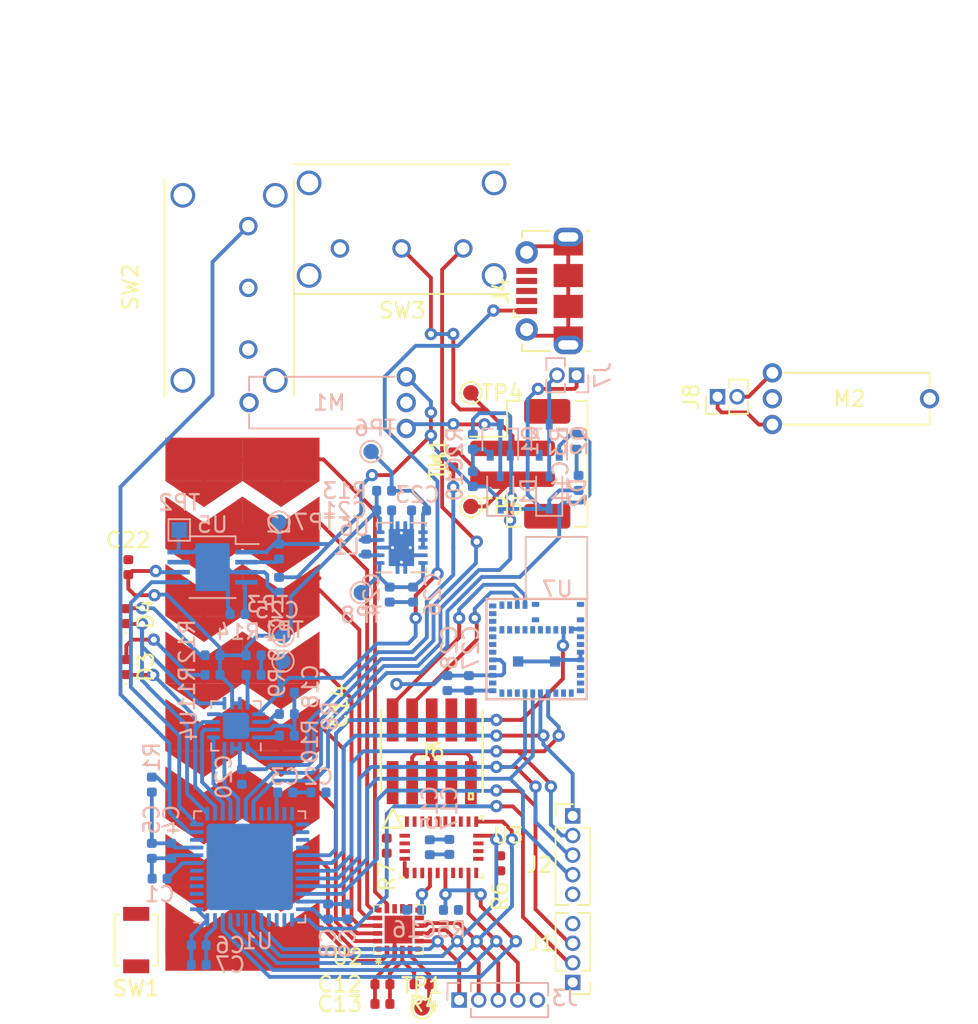
<source format=kicad_pcb>
(kicad_pcb (version 20171130) (host pcbnew "(5.1.5)-3")
  (layers (0 F.Cu signal) (31 B.Cu signal) (34 B.Paste user) (35 F.Paste user) (36 B.SilkS user) (37 F.SilkS user) (38 B.Mask user) (39 F.Mask user) (44 Edge.Cuts user))
  (net 0 "")
  (net 1 GND)
  (net 2 "Net-(C1-Pad1)")
  (net 3 +3V3)
  (net 4 "Net-(C3-Pad1)")
  (net 5 +1V3)
  (net 6 GNDPWR)
  (net 7 +5V)
  (net 8 +BATT)
  (net 9 "/Power Management/+VBATT")
  (net 10 /Motors/V-)
  (net 11 /Motors/V1-)
  (net 12 "Net-(D3-Pad2)")
  (net 13 /PA4)
  (net 14 "Net-(D4-Pad2)")
  (net 15 /PA3)
  (net 16 /SWDIO)
  (net 17 /SWCLK)
  (net 18 /UART1_CTS)
  (net 19 /UART1_RTS)
  (net 20 /UART1_TX)
  (net 21 /UART1_RX)
  (net 22 /PB8)
  (net 23 /PB5)
  (net 24 /SDA)
  (net 25 /SCL)
  (net 26 /PA8)
  (net 27 "Net-(J4-Pad6)")
  (net 28 /Bluetooth/SWCLK)
  (net 29 /Bluetooth/SWDIO)
  (net 30 "/Power Management/-VBATT")
  (net 31 "Net-(L1-Pad2)")
  (net 32 "Net-(L1-Pad1)")
  (net 33 "Net-(L2-Pad1)")
  (net 34 /TIM3_CH3)
  (net 35 /TIM3_CH4)
  (net 36 /PB9)
  (net 37 "Net-(R4-Pad2)")
  (net 38 "Net-(R14-Pad1)")
  (net 39 "Net-(TH1-Pad2)")
  (net 40 "Net-(U1-Pad39)")
  (net 41 "Net-(U1-Pad38)")
  (net 42 "Net-(U1-Pad28)")
  (net 43 "Net-(U1-Pad27)")
  (net 44 "Net-(U1-Pad26)")
  (net 45 "Net-(U1-Pad21)")
  (net 46 "Net-(U1-Pad20)")
  (net 47 /PA7)
  (net 48 /PA6)
  (net 49 /PA5)
  (net 50 /PA2)
  (net 51 "Net-(U1-Pad10)")
  (net 52 "Net-(U1-Pad6)")
  (net 53 "Net-(U1-Pad5)")
  (net 54 "Net-(U1-Pad4)")
  (net 55 "Net-(U1-Pad3)")
  (net 56 "Net-(U1-Pad2)")
  (net 57 "Net-(U2-Pad13)")
  (net 58 "Net-(U2-Pad10)")
  (net 59 "Net-(U5-Pad7)")
  (net 60 "Net-(U7-Pad7)")
  (net 61 "Net-(SW2-Pad3)")
  (net 62 "Net-(SW3-Pad3)")
  (net 63 "Net-(U1-Pad40)")
  (net 64 "Net-(C14-Pad8)")
  (net 65 "Net-(C14-Pad7)")
  (net 66 "Net-(C14-Pad6)")
  (net 67 "Net-(C14-Pad5)")
  (net 68 "Net-(C14-Pad4)")
  (net 69 "Net-(C14-Pad3)")
  (net 70 "Net-(C14-Pad2)")
  (net 71 "Net-(C14-Pad1)")
  (net 72 "Net-(C16-Pad2)")
  (net 73 "Net-(C23-Pad1)")
  (net 74 "Net-(J4-Pad3)")
  (net 75 "Net-(J4-Pad4)")
  (net 76 "Net-(J4-Pad2)")
  (net 77 "Net-(J5-Pad1)")
  (net 78 "Net-(J6-Pad8)")
  (net 79 "Net-(J6-Pad7)")
  (net 80 "Net-(J6-Pad6)")
  (net 81 "Net-(R6-Pad2)")
  (net 82 "Net-(R7-Pad2)")
  (net 83 "Net-(R8-Pad1)")
  (net 84 "Net-(R9-Pad1)")
  (net 85 "Net-(R10-Pad1)")
  (net 86 "Net-(U2-Pad6)")
  (net 87 "Net-(U2-Pad11)")
  (net 88 "Net-(U2-Pad14)")
  (net 89 "Net-(U3-Pad13)")
  (net 90 "Net-(U3-Pad12)")
  (net 91 "Net-(U3-Pad10)")
  (net 92 "Net-(U3-Pad8)")
  (net 93 "Net-(U3-Pad7)")
  (net 94 "Net-(U3-Pad21)")
  (net 95 "Net-(U3-Pad22)")
  (net 96 "Net-(U3-Pad23)")
  (net 97 "Net-(U3-Pad24)")
  (net 98 "Net-(U3-Pad26)")
  (net 99 "Net-(U3-Pad27)")
  (net 100 "Net-(U3-Pad1)")
  (net 101 "Net-(U7-Pad43)")
  (net 102 "Net-(U7-Pad42)")
  (net 103 "Net-(U7-Pad41)")
  (net 104 "Net-(U7-Pad40)")
  (net 105 "Net-(U7-Pad39)")
  (net 106 "Net-(U7-Pad38)")
  (net 107 "Net-(U7-Pad37)")
  (net 108 "Net-(U7-Pad36)")
  (net 109 "Net-(U7-Pad33)")
  (net 110 "Net-(U7-Pad32)")
  (net 111 "Net-(U7-Pad30)")
  (net 112 "Net-(U7-Pad29)")
  (net 113 "Net-(U7-Pad28)")
  (net 114 "Net-(U7-Pad27)")
  (net 115 "Net-(U7-Pad26)")
  (net 116 "Net-(U7-Pad25)")
  (net 117 "Net-(U7-Pad23)")
  (net 118 "Net-(U7-Pad21)")
  (net 119 "Net-(U7-Pad19)")
  (net 120 "Net-(U7-Pad18)")
  (net 121 "Net-(U7-Pad17)")
  (net 122 "Net-(U7-Pad12)")
  (net 123 "Net-(U7-Pad11)")
  (net 124 "Net-(U7-Pad10)")
  (net 125 "Net-(U7-Pad9)")
  (net 126 "Net-(U7-Pad8)")
  (net 127 "Net-(U7-Pad6)")
  (net 128 "Net-(U7-Pad2)")
  (net 129 /PA1)
  (net 130 "Net-(U1-Pad25)")
  (net 131 /Motors/+)
  (net 132 /Motors/-)
  (module Connector_PinHeader_1.27mm:PinHeader_1x02_P1.27mm_Vertical (layer F.Cu) (at 175.387 57.912 90)
    (fp_text reference J8 (at 0 -1.695 90) (layer F.SilkS))
    (fp_text value MotorConn1)
    (pad 2 thru_hole oval (at 0 1.27 90) (size 1 1) (drill 0.65) (layers *.Cu *.Mask) (net 131 /Motors/+))
    (pad 1 thru_hole rect (at 0 0 90) (size 1 1) (drill 0.65) (layers *.Cu *.Mask) (net 132 /Motors/-))
  )
  (module Connector_PinHeader_1.27mm:PinHeader_1x02_P1.27mm_Vertical (layer B.Cu) (at 166.243 56.515 90)
    (fp_text reference J7 (at 0 1.695 -90) (layer B.SilkS) (effects (justify mirror)))
    (fp_text value MotorConn)
    (pad 2 thru_hole oval (at 0 -1.27 90) (size 1 1) (drill 0.65) (layers *.Cu *.Mask) (net 11 /Motors/V1-))
    (pad 1 thru_hole rect (at 0 0 90) (size 1 1) (drill 0.65) (layers *.Cu *.Mask) (net 5 +1V3))
  )
  (module Connector_USB:USB_Micro-B_Molex-105017-0001 (layer F.Cu) (at 164.465 51.054 90)
    (fp_text reference J4 (at 0 -3.1125 90) (layer F.SilkS))
    (fp_text value USB_B_Micro)
    (pad 6 smd rect (at -2.9 1.2375 90) (size 1.2 1.9) (layers F.Cu F.Mask) (net 27 "Net-(J4-Pad6)"))
    (pad 6 smd rect (at 2.9 1.2375 90) (size 1.2 1.9) (layers F.Cu F.Mask) (net 27 "Net-(J4-Pad6)"))
    (pad 6 thru_hole oval (at 3.5 1.2375 90) (size 1.2 1.9) (drill oval 0.6 1.3) (layers *.Cu *.Mask) (net 27 "Net-(J4-Pad6)"))
    (pad 6 thru_hole oval (at -3.5 1.2375 270) (size 1.2 1.9) (drill oval 0.6 1.3) (layers *.Cu *.Mask) (net 27 "Net-(J4-Pad6)"))
    (pad 6 smd rect (at -1 1.2375 90) (size 1.5 1.9) (layers F.Cu F.Paste F.Mask) (net 27 "Net-(J4-Pad6)"))
    (pad 6 thru_hole circle (at 2.5 -1.4625 90) (size 1.45 1.45) (drill 0.85) (layers *.Cu *.Mask) (net 27 "Net-(J4-Pad6)"))
    (pad 3 smd rect (at 0 -1.4625 90) (size 0.4 1.35) (layers F.Cu F.Paste F.Mask) (net 74 "Net-(J4-Pad3)"))
    (pad 4 smd rect (at 0.65 -1.4625 90) (size 0.4 1.35) (layers F.Cu F.Paste F.Mask) (net 75 "Net-(J4-Pad4)"))
    (pad 5 smd rect (at 1.3 -1.4625 90) (size 0.4 1.35) (layers F.Cu F.Paste F.Mask) (net 1 GND))
    (pad 1 smd rect (at -1.3 -1.4625 90) (size 0.4 1.35) (layers F.Cu F.Paste F.Mask) (net 7 +5V))
    (pad 2 smd rect (at -0.65 -1.4625 90) (size 0.4 1.35) (layers F.Cu F.Paste F.Mask) (net 76 "Net-(J4-Pad2)"))
    (pad 6 thru_hole circle (at -2.5 -1.4625 90) (size 1.45 1.45) (drill 0.85) (layers *.Cu *.Mask) (net 27 "Net-(J4-Pad6)"))
    (pad 6 smd rect (at 1 1.2375 90) (size 1.5 1.9) (layers F.Cu F.Paste F.Mask) (net 27 "Net-(J4-Pad6)"))
  )
  (module Connector_PinHeader_1.27mm:PinHeader_1x05_P1.27mm_Vertical (layer B.Cu) (at 158.623 97.028 270)
    (fp_text reference J3 (at -0.127 -6.858) (layer B.SilkS) (effects (justify mirror)))
    (fp_text value I2C)
    (pad 5 thru_hole oval (at 0 -5.08 270) (size 1 1) (drill 0.65) (layers *.Cu *.Mask) (net 1 GND))
    (pad 4 thru_hole oval (at 0 -3.81 270) (size 1 1) (drill 0.65) (layers *.Cu *.Mask) (net 22 /PB8))
    (pad 3 thru_hole oval (at 0 -2.54 270) (size 1 1) (drill 0.65) (layers *.Cu *.Mask) (net 24 /SDA))
    (pad 2 thru_hole oval (at 0 -1.27 270) (size 1 1) (drill 0.65) (layers *.Cu *.Mask) (net 25 /SCL))
    (pad 1 thru_hole rect (at 0 0 270) (size 1 1) (drill 0.65) (layers *.Cu *.Mask) (net 23 /PB5))
  )
  (module Connector_PinHeader_1.27mm:PinHeader_1x05_P1.27mm_Vertical (layer F.Cu) (at 165.989 85.09)
    (fp_text reference J2 (at -2.159 3.175) (layer F.SilkS))
    (fp_text value UART)
    (pad 5 thru_hole oval (at 0 5.08) (size 1 1) (drill 0.65) (layers *.Cu *.Mask) (net 1 GND))
    (pad 4 thru_hole oval (at 0 3.81) (size 1 1) (drill 0.65) (layers *.Cu *.Mask) (net 19 /UART1_RTS))
    (pad 3 thru_hole oval (at 0 2.54) (size 1 1) (drill 0.65) (layers *.Cu *.Mask) (net 18 /UART1_CTS))
    (pad 2 thru_hole oval (at 0 1.27) (size 1 1) (drill 0.65) (layers *.Cu *.Mask) (net 21 /UART1_RX))
    (pad 1 thru_hole rect (at 0 0) (size 1 1) (drill 0.65) (layers *.Cu *.Mask) (net 20 /UART1_TX))
  )
  (module Connector_PinHeader_1.27mm:PinHeader_1x04_P1.27mm_Vertical (layer F.Cu) (at 165.989 95.885 180)
    (fp_text reference J1 (at 2.032 2.54) (layer F.SilkS))
    (fp_text value SWD)
    (pad 4 thru_hole oval (at 0 3.81 180) (size 1 1) (drill 0.65) (layers *.Cu *.Mask) (net 1 GND))
    (pad 3 thru_hole oval (at 0 2.54 180) (size 1 1) (drill 0.65) (layers *.Cu *.Mask) (net 16 /SWDIO))
    (pad 2 thru_hole oval (at 0 1.27 180) (size 1 1) (drill 0.65) (layers *.Cu *.Mask) (net 17 /SWCLK))
    (pad 1 thru_hole rect (at 0 0 180) (size 1 1) (drill 0.65) (layers *.Cu *.Mask) (net 3 +3V3))
  )
  (module Package_SON:Texas_DRC0010J_ThermalVias (layer B.Cu) (at 154.8765 67.691)
    (fp_text reference U6 (at -3.048 -1.27) (layer B.SilkS) (effects (justify mirror)))
    (fp_text value TPS63001)
    (pad 11 thru_hole circle (at 0 0.95) (size 0.5 0.5) (drill 0.2) (layers *.Cu) (net 1 GND))
    (pad 11 thru_hole circle (at 0.575 0) (size 0.5 0.5) (drill 0.2) (layers *.Cu) (net 1 GND))
    (pad 11 thru_hole circle (at -0.575 0) (size 0.5 0.5) (drill 0.2) (layers *.Cu) (net 1 GND))
    (pad 11 thru_hole circle (at 0 -0.95) (size 0.5 0.5) (drill 0.2) (layers *.Cu) (net 1 GND))
    (pad 11 smd custom (at 0 0) (size 1.65 2.4) (layers B.Cu B.Mask) (net 1 GND) (options (clearance outline) (anchor rect)) (primitives (gr_poly (pts (xy -0.375 1.1) (xy -0.375 1.7) (xy -0.125 1.7) (xy -0.125 1.1) (xy 0.125 1.1) (xy 0.125 1.7) (xy 0.375 1.7) (xy 0.375 -1.7) (xy 0.125 -1.7) (xy 0.125 -1.1) (xy -0.125 -1.1) (xy -0.125 -1.7) (xy -0.375 -1.7)) (width 0))))
    (pad 10 smd rect (at 1.4 1) (size 0.6 0.24) (layers B.Cu B.Paste B.Mask) (net 3 +3V3))
    (pad 9 smd rect (at 1.4 0.5) (size 0.6 0.24) (layers B.Cu B.Paste B.Mask) (net 1 GND))
    (pad 8 smd rect (at 1.4 0) (size 0.6 0.24) (layers B.Cu B.Paste B.Mask) (net 73 "Net-(C23-Pad1)"))
    (pad 7 smd rect (at 1.4 -0.5) (size 0.6 0.24) (layers B.Cu B.Paste B.Mask) (net 73 "Net-(C23-Pad1)"))
    (pad 6 smd rect (at 1.4 -1) (size 0.6 0.24) (layers B.Cu B.Paste B.Mask) (net 73 "Net-(C23-Pad1)"))
    (pad 5 smd rect (at -1.4 -1) (size 0.6 0.24) (layers B.Cu B.Paste B.Mask) (net 8 +BATT))
    (pad 4 smd rect (at -1.4 -0.5) (size 0.6 0.24) (layers B.Cu B.Paste B.Mask) (net 32 "Net-(L1-Pad1)"))
    (pad 3 smd rect (at -1.4 0) (size 0.6 0.24) (layers B.Cu B.Paste B.Mask) (net 1 GND))
    (pad 2 smd rect (at -1.4 0.5) (size 0.6 0.24) (layers B.Cu B.Paste B.Mask) (net 31 "Net-(L1-Pad2)"))
    (pad 1 smd rect (at -1.4 1) (size 0.6 0.24) (layers B.Cu B.Paste B.Mask) (net 3 +3V3))
  )
  (module Sij_Package_SO:HVSSOP-8-1EP_3x3mm_P0.065mm_EP2.2x3.1mm_Mask1.35x1.65mm (layer B.Cu) (at 142.621 68.961 180)
    (fp_text reference U5 (at 0 2.75) (layer B.SilkS) (effects (justify mirror)))
    (fp_text value TPS62841DGR)
    (pad 10 smd rect (at 0 0 180) (size 1.35 1.65) (layers B.Cu B.Paste B.Mask))
    (pad 9 smd rect (at 0 0 180) (size 2.2 3.1) (layers B.Cu B.Paste B.Mask) (net 1 GND))
    (pad 8 smd rect (at 2.2 0.975 180) (size 1.45 0.3) (layers B.Cu B.Paste B.Mask) (net 1 GND))
    (pad 7 smd rect (at 2.2 0.325 180) (size 1.45 0.3) (layers B.Cu B.Paste B.Mask) (net 59 "Net-(U5-Pad7)"))
    (pad 6 smd rect (at 2.2 -0.325 180) (size 1.45 0.3) (layers B.Cu B.Paste B.Mask) (net 8 +BATT))
    (pad 5 smd rect (at 2.2 -0.975 180) (size 1.45 0.3) (layers B.Cu B.Paste B.Mask) (net 50 /PA2))
    (pad 4 smd rect (at -2.2 -0.975 180) (size 1.45 0.3) (layers B.Cu B.Paste B.Mask) (net 38 "Net-(R14-Pad1)"))
    (pad 3 smd rect (at -2.2 -0.325 180) (size 1.45 0.3) (layers B.Cu B.Paste B.Mask) (net 1 GND))
    (pad 2 smd rect (at -2.2 0.325 180) (size 1.45 0.3) (layers B.Cu B.Paste B.Mask) (net 33 "Net-(L2-Pad1)"))
    (pad 1 smd rect (at -2.2 0.975 180) (size 1.45 0.3) (layers B.Cu B.Paste B.Mask) (net 5 +1V3))
  )
  (module Package_DFN_QFN:QFN-16-1EP_3x3mm_P0.5mm_EP1.7x1.7mm (layer B.Cu) (at 144.145 79.248 90)
    (fp_text reference U4 (at 0 -3.048 90) (layer B.SilkS) (effects (justify mirror)))
    (fp_text value BQ24075)
    (pad 16 smd roundrect (at -0.75 1.4625 90) (size 0.25 0.825) (layers B.Cu B.Paste B.Mask) (net 85 "Net-(R10-Pad1)"))
    (pad 15 smd roundrect (at -0.25 1.4625 90) (size 0.25 0.825) (layers B.Cu B.Paste B.Mask) (net 1 GND))
    (pad 14 smd roundrect (at 0.25 1.4625 90) (size 0.25 0.825) (layers B.Cu B.Paste B.Mask) (net 83 "Net-(R8-Pad1)"))
    (pad 13 smd roundrect (at 0.75 1.4625 90) (size 0.25 0.825) (layers B.Cu B.Paste B.Mask) (net 7 +5V))
    (pad 12 smd roundrect (at 1.4625 0.75 90) (size 0.825 0.25) (layers B.Cu B.Paste B.Mask) (net 84 "Net-(R9-Pad1)"))
    (pad 11 smd roundrect (at 1.4625 0.25 90) (size 0.825 0.25) (layers B.Cu B.Paste B.Mask) (net 8 +BATT))
    (pad 10 smd roundrect (at 1.4625 -0.25 90) (size 0.825 0.25) (layers B.Cu B.Paste B.Mask) (net 8 +BATT))
    (pad 9 smd roundrect (at 1.4625 -0.75 90) (size 0.825 0.25) (layers B.Cu B.Paste B.Mask) (net 15 /PA3))
    (pad 8 smd roundrect (at 0.75 -1.4625 90) (size 0.25 0.825) (layers B.Cu B.Paste B.Mask) (net 1 GND))
    (pad 7 smd roundrect (at 0.25 -1.4625 90) (size 0.25 0.825) (layers B.Cu B.Paste B.Mask) (net 13 /PA4))
    (pad 6 smd roundrect (at -0.25 -1.4625 90) (size 0.25 0.825) (layers B.Cu B.Paste B.Mask) (net 49 /PA5))
    (pad 5 smd roundrect (at -0.75 -1.4625 90) (size 0.25 0.825) (layers B.Cu B.Paste B.Mask) (net 48 /PA6))
    (pad 4 smd roundrect (at -1.4625 -0.75 90) (size 0.825 0.25) (layers B.Cu B.Paste B.Mask) (net 47 /PA7))
    (pad 3 smd roundrect (at -1.4625 -0.25 90) (size 0.825 0.25) (layers B.Cu B.Paste B.Mask) (net 9 "/Power Management/+VBATT"))
    (pad 2 smd roundrect (at -1.4625 0.25 90) (size 0.825 0.25) (layers B.Cu B.Paste B.Mask) (net 9 "/Power Management/+VBATT"))
    (pad 1 smd roundrect (at -1.4625 0.75 90) (size 0.825 0.25) (layers B.Cu B.Paste B.Mask) (net 39 "Net-(TH1-Pad2)"))
    (pad 17 smd roundrect (at 0 0 90) (size 1.7 1.7) (layers B.Cu B.Mask) (roundrect_rratio 0.147059) (net 1 GND))
  )
  (module Sij_MCU:BGM13S (layer B.Cu) (at 166.497 71.374 180)
    (fp_text reference U7 (at 1.5 1 180) (layer B.SilkS) (effects (justify mirror)))
    (fp_text value BGM13S)
    (pad 51 smd rect (at 4.05 -3.7 180) (size 0.67 0.67) (layers B.Cu B.Paste B.Mask) (net 1 GND))
    (pad 50 smd rect (at 1.65 -3.7 180) (size 0.67 0.67) (layers B.Cu B.Paste B.Mask) (net 1 GND))
    (pad 48 smd rect (at 2.92 -1 180) (size 0.48 0.32) (layers B.Cu B.Paste B.Mask) (net 1 GND))
    (pad 49 smd rect (at 0 -1 180) (size 0.48 0.32) (layers B.Cu B.Paste B.Mask) (net 1 GND))
    (pad 46 smd rect (at 2.92 0 180) (size 0.48 0.32) (layers B.Cu B.Paste B.Mask) (net 1 GND))
    (pad 45 smd rect (at 0.6 -1.65 180) (size 0.32 0.48) (layers B.Cu B.Paste B.Mask) (net 1 GND))
    (pad 44 smd rect (at 1.1 -1.65 180) (size 0.32 0.48) (layers B.Cu B.Paste B.Mask) (net 26 /PA8))
    (pad 43 smd rect (at 1.6 -1.65 180) (size 0.32 0.48) (layers B.Cu B.Paste B.Mask) (net 101 "Net-(U7-Pad43)"))
    (pad 42 smd rect (at 2.1 -1.65 180) (size 0.32 0.48) (layers B.Cu B.Paste B.Mask) (net 102 "Net-(U7-Pad42)"))
    (pad 41 smd rect (at 2.6 -1.65 180) (size 0.32 0.48) (layers B.Cu B.Paste B.Mask) (net 103 "Net-(U7-Pad41)"))
    (pad 40 smd rect (at 3.1 -1.65 180) (size 0.32 0.48) (layers B.Cu B.Paste B.Mask) (net 104 "Net-(U7-Pad40)"))
    (pad 39 smd rect (at 3.6 -1.65 180) (size 0.32 0.48) (layers B.Cu B.Paste B.Mask) (net 105 "Net-(U7-Pad39)"))
    (pad 38 smd rect (at 4.1 -1.65 180) (size 0.32 0.48) (layers B.Cu B.Paste B.Mask) (net 106 "Net-(U7-Pad38)"))
    (pad 37 smd rect (at 4.6 -1.65 180) (size 0.32 0.48) (layers B.Cu B.Paste B.Mask) (net 107 "Net-(U7-Pad37)"))
    (pad 36 smd rect (at 5.1 -1.65 180) (size 0.32 0.48) (layers B.Cu B.Paste B.Mask) (net 108 "Net-(U7-Pad36)"))
    (pad 35 smd rect (at 3.6 -0.05 180) (size 0.32 0.48) (layers B.Cu B.Paste B.Mask) (net 29 /Bluetooth/SWDIO))
    (pad 34 smd rect (at 4.1 -0.05 180) (size 0.32 0.48) (layers B.Cu B.Paste B.Mask) (net 28 /Bluetooth/SWCLK))
    (pad 33 smd rect (at 4.6 -0.05 180) (size 0.32 0.48) (layers B.Cu B.Paste B.Mask) (net 109 "Net-(U7-Pad33)"))
    (pad 32 smd rect (at 5.1 -0.05 180) (size 0.32 0.48) (layers B.Cu B.Paste B.Mask) (net 110 "Net-(U7-Pad32)"))
    (pad 31 smd rect (at 5.7 -0.1 180) (size 0.48 0.32) (layers B.Cu B.Paste B.Mask) (net 1 GND))
    (pad 30 smd rect (at 5.7 -0.6 180) (size 0.48 0.32) (layers B.Cu B.Paste B.Mask) (net 111 "Net-(U7-Pad30)"))
    (pad 29 smd rect (at 5.7 -1.1 180) (size 0.48 0.32) (layers B.Cu B.Paste B.Mask) (net 112 "Net-(U7-Pad29)"))
    (pad 28 smd rect (at 5.7 -1.6 180) (size 0.48 0.32) (layers B.Cu B.Paste B.Mask) (net 113 "Net-(U7-Pad28)"))
    (pad 27 smd rect (at 5.7 -2.1 180) (size 0.48 0.32) (layers B.Cu B.Paste B.Mask) (net 114 "Net-(U7-Pad27)"))
    (pad 26 smd rect (at 5.7 -2.6 180) (size 0.48 0.32) (layers B.Cu B.Paste B.Mask) (net 115 "Net-(U7-Pad26)"))
    (pad 25 smd rect (at 5.7 -3.1 180) (size 0.48 0.32) (layers B.Cu B.Paste B.Mask) (net 116 "Net-(U7-Pad25)"))
    (pad 24 smd rect (at 5.7 -3.6 180) (size 0.48 0.32) (layers B.Cu B.Paste B.Mask) (net 3 +3V3))
    (pad 23 smd rect (at 5.7 -4.1 180) (size 0.48 0.32) (layers B.Cu B.Paste B.Mask) (net 117 "Net-(U7-Pad23)"))
    (pad 22 smd rect (at 5.7 -4.6 180) (size 0.48 0.32) (layers B.Cu B.Paste B.Mask) (net 3 +3V3))
    (pad 21 smd rect (at 5.7 -5.1 180) (size 0.48 0.32) (layers B.Cu B.Paste B.Mask) (net 118 "Net-(U7-Pad21)"))
    (pad 20 smd rect (at 5.7 -5.6 180) (size 0.48 0.32) (layers B.Cu B.Paste B.Mask) (net 1 GND))
    (pad 19 smd rect (at 5.1 -5.75 180) (size 0.32 0.48) (layers B.Cu B.Paste B.Mask) (net 119 "Net-(U7-Pad19)"))
    (pad 18 smd rect (at 4.6 -5.75 180) (size 0.32 0.48) (layers B.Cu B.Paste B.Mask) (net 120 "Net-(U7-Pad18)"))
    (pad 17 smd rect (at 4.1 -5.75 180) (size 0.32 0.48) (layers B.Cu B.Paste B.Mask) (net 121 "Net-(U7-Pad17)"))
    (pad 16 smd rect (at 3.6 -5.75 180) (size 0.32 0.48) (layers B.Cu B.Paste B.Mask) (net 18 /UART1_CTS))
    (pad 15 smd rect (at 3.1 -5.75 180) (size 0.32 0.48) (layers B.Cu B.Paste B.Mask) (net 19 /UART1_RTS))
    (pad 14 smd rect (at 2.6 -5.75 180) (size 0.32 0.48) (layers B.Cu B.Paste B.Mask) (net 20 /UART1_TX))
    (pad 13 smd rect (at 2.1 -5.75 180) (size 0.32 0.48) (layers B.Cu B.Paste B.Mask) (net 21 /UART1_RX))
    (pad 12 smd rect (at 1.6 -5.75 180) (size 0.32 0.48) (layers B.Cu B.Paste B.Mask) (net 122 "Net-(U7-Pad12)"))
    (pad 11 smd rect (at 1.1 -5.75 180) (size 0.32 0.48) (layers B.Cu B.Paste B.Mask) (net 123 "Net-(U7-Pad11)"))
    (pad 10 smd rect (at 0.6 -5.75 180) (size 0.32 0.48) (layers B.Cu B.Paste B.Mask) (net 124 "Net-(U7-Pad10)"))
    (pad 9 smd rect (at 0 -5.6 180) (size 0.48 0.32) (layers B.Cu B.Paste B.Mask) (net 125 "Net-(U7-Pad9)"))
    (pad 8 smd rect (at 0 -5.1 180) (size 0.48 0.32) (layers B.Cu B.Paste B.Mask) (net 126 "Net-(U7-Pad8)"))
    (pad 7 smd rect (at 0 -4.6 180) (size 0.48 0.32) (layers B.Cu B.Paste B.Mask) (net 60 "Net-(U7-Pad7)"))
    (pad 6 smd rect (at 0 -4.1 180) (size 0.48 0.32) (layers B.Cu B.Paste B.Mask) (net 127 "Net-(U7-Pad6)"))
    (pad 5 smd rect (at 0 -3.6 180) (size 0.48 0.32) (layers B.Cu B.Paste B.Mask) (net 1 GND))
    (pad 4 smd rect (at 0 -3.1 180) (size 0.48 0.32) (layers B.Cu B.Paste B.Mask) (net 1 GND))
    (pad 3 smd rect (at 0 -2.6 180) (size 0.48 0.32) (layers B.Cu B.Paste B.Mask) (net 128 "Net-(U7-Pad2)"))
    (pad 47 smd rect (at 0 0 180) (size 0.48 0.32) (layers B.Cu B.Paste B.Mask) (net 1 GND))
    (pad 2 smd rect (at 0 -2.1 180) (size 0.48 0.32) (layers B.Cu B.Paste B.Mask) (net 128 "Net-(U7-Pad2)"))
    (pad 1 smd rect (at 0 -1.6 180) (size 0.48 0.32) (layers B.Cu B.Paste B.Mask) (net 1 GND))
  )
  (module Sij_Sensors:CPT112S-A02-GM (layer F.Cu) (at 158.036 92.256 90)
    (fp_text reference U2 (at -1.978 -6.652 180) (layer F.SilkS))
    (fp_text value CPT112S-A02-GM)
    (pad 21 smd rect (at -0.2 -3.35 180) (size 1.8 1.8) (layers F.Cu F.Paste F.Mask) (net 1 GND))
    (pad 16 smd rect (at 1.065 -4.615 90) (size 0.34 0.34) (layers F.Cu F.Paste F.Mask) (net 65 "Net-(C14-Pad7)"))
    (pad 1 smd rect (at -1.465 -4.615 90) (size 0.34 0.34) (layers F.Cu F.Paste F.Mask) (net 70 "Net-(C14-Pad2)"))
    (pad 6 smd rect (at -1.465 -2.085 90) (size 0.34 0.34) (layers F.Cu F.Paste F.Mask) (net 86 "Net-(U2-Pad6)"))
    (pad 11 smd rect (at 1.065 -2.085 90) (size 0.34 0.34) (layers F.Cu F.Paste F.Mask) (net 87 "Net-(U2-Pad11)"))
    (pad 17 smd rect (at 0.55 -4.7 90) (size 0.3 0.6) (layers F.Cu F.Paste F.Mask) (net 66 "Net-(C14-Pad6)"))
    (pad 19 smd rect (at -0.45 -4.7 90) (size 0.3 0.6) (layers F.Cu F.Paste F.Mask) (net 68 "Net-(C14-Pad4)"))
    (pad 20 smd rect (at -0.95 -4.7 90) (size 0.3 0.6) (layers F.Cu F.Paste F.Mask) (net 69 "Net-(C14-Pad3)"))
    (pad 18 smd rect (at 0.05 -4.7 90) (size 0.3 0.6) (layers F.Cu F.Paste F.Mask) (net 67 "Net-(C14-Pad5)"))
    (pad 10 smd rect (at 0.55 -2 90) (size 0.3 0.6) (layers F.Cu F.Paste F.Mask) (net 58 "Net-(U2-Pad10)"))
    (pad 15 smd rect (at 1.15 -4.1 180) (size 0.3 0.6) (layers F.Cu F.Paste F.Mask) (net 64 "Net-(C14-Pad8)"))
    (pad 12 smd rect (at 1.15 -2.6 180) (size 0.3 0.6) (layers F.Cu F.Paste F.Mask) (net 1 GND))
    (pad 4 smd rect (at -1.55 -3.1 180) (size 0.3 0.6) (layers F.Cu F.Paste F.Mask) (net 3 +3V3))
    (pad 3 smd rect (at -1.55 -3.6 180) (size 0.3 0.6) (layers F.Cu F.Paste F.Mask) (net 1 GND))
    (pad 5 smd rect (at -1.55 -2.6 180) (size 0.3 0.6) (layers F.Cu F.Paste F.Mask) (net 37 "Net-(R4-Pad2)"))
    (pad 2 smd rect (at -1.55 -4.1 180) (size 0.3 0.6) (layers F.Cu F.Paste F.Mask) (net 71 "Net-(C14-Pad1)"))
    (pad 14 smd rect (at 1.15 -3.6 180) (size 0.3 0.6) (layers F.Cu F.Paste F.Mask) (net 88 "Net-(U2-Pad14)"))
    (pad 13 smd rect (at 1.15 -3.1 180) (size 0.3 0.6) (layers F.Cu F.Paste F.Mask) (net 57 "Net-(U2-Pad13)"))
    (pad 9 smd rect (at 0.05 -2 90) (size 0.3 0.6) (layers F.Cu F.Paste F.Mask) (net 24 /SDA))
    (pad 8 smd rect (at -0.45 -2 90) (size 0.3 0.6) (layers F.Cu F.Paste F.Mask) (net 25 /SCL))
    (pad 7 smd rect (at -0.95 -2 90) (size 0.3 0.6) (layers F.Cu F.Paste F.Mask) (net 23 /PB5))
  )
  (module Package_LGA:LGA-28_5.2x3.8mm_P0.5mm (layer F.Cu) (at 157.48 87.122)
    (fp_text reference U3 (at 4.318 -0.762 180) (layer F.SilkS))
    (fp_text value BNO055)
    (pad 16 smd rect (at 2.3875 0.75 90) (size 0.254 0.675) (layers F.Cu F.Paste F.Mask) (net 1 GND))
    (pad 17 smd rect (at 2.3875 0.25 90) (size 0.254 0.675) (layers F.Cu F.Paste F.Mask) (net 81 "Net-(R6-Pad2)"))
    (pad 18 smd rect (at 2.3875 -0.25 90) (size 0.254 0.675) (layers F.Cu F.Paste F.Mask) (net 1 GND))
    (pad 15 smd rect (at 2.25 1.6625) (size 0.254 0.675) (layers F.Cu F.Paste F.Mask) (net 1 GND))
    (pad 14 smd rect (at 1.75 1.6625) (size 0.254 0.675) (layers F.Cu F.Paste F.Mask) (net 22 /PB8))
    (pad 13 smd rect (at 1.25 1.6625) (size 0.254 0.675) (layers F.Cu F.Paste F.Mask) (net 89 "Net-(U3-Pad13)"))
    (pad 12 smd rect (at 0.75 1.6625) (size 0.254 0.675) (layers F.Cu F.Paste F.Mask) (net 90 "Net-(U3-Pad12)"))
    (pad 11 smd rect (at 0.25 1.6625) (size 0.254 0.675) (layers F.Cu F.Paste F.Mask) (net 36 /PB9))
    (pad 10 smd rect (at -0.25 1.6625) (size 0.254 0.675) (layers F.Cu F.Paste F.Mask) (net 91 "Net-(U3-Pad10)"))
    (pad 9 smd rect (at -0.75 1.6625) (size 0.254 0.675) (layers F.Cu F.Paste F.Mask) (net 72 "Net-(C16-Pad2)"))
    (pad 8 smd rect (at -1.25 1.6625) (size 0.254 0.675) (layers F.Cu F.Paste F.Mask) (net 92 "Net-(U3-Pad8)"))
    (pad 7 smd rect (at -1.75 1.6625) (size 0.254 0.675) (layers F.Cu F.Paste F.Mask) (net 93 "Net-(U3-Pad7)"))
    (pad 20 smd rect (at 2.25 -1.6625) (size 0.254 0.675) (layers F.Cu F.Paste F.Mask) (net 24 /SDA))
    (pad 21 smd rect (at 1.75 -1.6625) (size 0.254 0.675) (layers F.Cu F.Paste F.Mask) (net 94 "Net-(U3-Pad21)"))
    (pad 22 smd rect (at 1.25 -1.6625) (size 0.254 0.675) (layers F.Cu F.Paste F.Mask) (net 95 "Net-(U3-Pad22)"))
    (pad 23 smd rect (at 0.75 -1.6625) (size 0.254 0.675) (layers F.Cu F.Paste F.Mask) (net 96 "Net-(U3-Pad23)"))
    (pad 24 smd rect (at 0.25 -1.6625) (size 0.254 0.675) (layers F.Cu F.Paste F.Mask) (net 97 "Net-(U3-Pad24)"))
    (pad 25 smd rect (at -0.25 -1.6625) (size 0.254 0.675) (layers F.Cu F.Paste F.Mask) (net 1 GND))
    (pad 26 smd rect (at -0.75 -1.6625) (size 0.254 0.675) (layers F.Cu F.Paste F.Mask) (net 98 "Net-(U3-Pad26)"))
    (pad 27 smd rect (at -1.25 -1.6625) (size 0.254 0.675) (layers F.Cu F.Paste F.Mask) (net 99 "Net-(U3-Pad27)"))
    (pad 28 smd rect (at -1.75 -1.6625) (size 0.254 0.675) (layers F.Cu F.Paste F.Mask) (net 3 +3V3))
    (pad 5 smd rect (at -2.3875 0.75 90) (size 0.254 0.675) (layers F.Cu F.Paste F.Mask) (net 1 GND))
    (pad 4 smd rect (at -2.3875 0.25 90) (size 0.254 0.675) (layers F.Cu F.Paste F.Mask) (net 82 "Net-(R7-Pad2)"))
    (pad 3 smd rect (at -2.3875 -0.25 90) (size 0.254 0.675) (layers F.Cu F.Paste F.Mask) (net 3 +3V3))
    (pad 1 smd rect (at -2.25 -1.6625) (size 0.254 0.675) (layers F.Cu F.Paste F.Mask) (net 100 "Net-(U3-Pad1)"))
    (pad 2 smd rect (at -2.3875 -0.75 90) (size 0.254 0.675) (layers F.Cu F.Paste F.Mask) (net 1 GND))
    (pad 6 smd rect (at -2.25 1.6625) (size 0.254 0.675) (layers F.Cu F.Paste F.Mask) (net 1 GND))
    (pad 19 smd rect (at 2.3875 -0.75 90) (size 0.254 0.675) (layers F.Cu F.Paste F.Mask) (net 25 /SCL))
  )
  (module Package_DFN_QFN:QFN-48-1EP_7x7mm_P0.5mm_EP5.6x5.6mm (layer B.Cu) (at 145.034 88.392)
    (fp_text reference U1 (at 0.508 4.82) (layer B.SilkS) (effects (justify mirror)))
    (fp_text value STM32F411CEUx)
    (pad 48 smd roundrect (at -2.75 3.4375) (size 0.25 0.875) (layers B.Cu B.Paste B.Mask) (net 3 +3V3))
    (pad 47 smd roundrect (at -2.25 3.4375) (size 0.25 0.875) (layers B.Cu B.Paste B.Mask) (net 1 GND))
    (pad 46 smd roundrect (at -1.75 3.4375) (size 0.25 0.875) (layers B.Cu B.Paste B.Mask) (net 36 /PB9))
    (pad 45 smd roundrect (at -1.25 3.4375) (size 0.25 0.875) (layers B.Cu B.Paste B.Mask) (net 22 /PB8))
    (pad 44 smd roundrect (at -0.75 3.4375) (size 0.25 0.875) (layers B.Cu B.Paste B.Mask) (net 1 GND))
    (pad 43 smd roundrect (at -0.25 3.4375) (size 0.25 0.875) (layers B.Cu B.Paste B.Mask) (net 24 /SDA))
    (pad 42 smd roundrect (at 0.25 3.4375) (size 0.25 0.875) (layers B.Cu B.Paste B.Mask) (net 25 /SCL))
    (pad 41 smd roundrect (at 0.75 3.4375) (size 0.25 0.875) (layers B.Cu B.Paste B.Mask) (net 23 /PB5))
    (pad 40 smd roundrect (at 1.25 3.4375) (size 0.25 0.875) (layers B.Cu B.Paste B.Mask) (net 63 "Net-(U1-Pad40)"))
    (pad 39 smd roundrect (at 1.75 3.4375) (size 0.25 0.875) (layers B.Cu B.Paste B.Mask) (net 40 "Net-(U1-Pad39)"))
    (pad 38 smd roundrect (at 2.25 3.4375) (size 0.25 0.875) (layers B.Cu B.Paste B.Mask) (net 41 "Net-(U1-Pad38)"))
    (pad 37 smd roundrect (at 2.75 3.4375) (size 0.25 0.875) (layers B.Cu B.Paste B.Mask) (net 17 /SWCLK))
    (pad 36 smd roundrect (at 3.4375 2.75) (size 0.875 0.25) (layers B.Cu B.Paste B.Mask) (net 3 +3V3))
    (pad 35 smd roundrect (at 3.4375 2.25) (size 0.875 0.25) (layers B.Cu B.Paste B.Mask) (net 1 GND))
    (pad 34 smd roundrect (at 3.4375 1.75) (size 0.875 0.25) (layers B.Cu B.Paste B.Mask) (net 16 /SWDIO))
    (pad 33 smd roundrect (at 3.4375 1.25) (size 0.875 0.25) (layers B.Cu B.Paste B.Mask) (net 19 /UART1_RTS))
    (pad 32 smd roundrect (at 3.4375 0.75) (size 0.875 0.25) (layers B.Cu B.Paste B.Mask) (net 18 /UART1_CTS))
    (pad 31 smd roundrect (at 3.4375 0.25) (size 0.875 0.25) (layers B.Cu B.Paste B.Mask) (net 21 /UART1_RX))
    (pad 30 smd roundrect (at 3.4375 -0.25) (size 0.875 0.25) (layers B.Cu B.Paste B.Mask) (net 20 /UART1_TX))
    (pad 29 smd roundrect (at 3.4375 -0.75) (size 0.875 0.25) (layers B.Cu B.Paste B.Mask) (net 26 /PA8))
    (pad 28 smd roundrect (at 3.4375 -1.25) (size 0.875 0.25) (layers B.Cu B.Paste B.Mask) (net 42 "Net-(U1-Pad28)"))
    (pad 27 smd roundrect (at 3.4375 -1.75) (size 0.875 0.25) (layers B.Cu B.Paste B.Mask) (net 43 "Net-(U1-Pad27)"))
    (pad 26 smd roundrect (at 3.4375 -2.25) (size 0.875 0.25) (layers B.Cu B.Paste B.Mask) (net 44 "Net-(U1-Pad26)"))
    (pad 25 smd roundrect (at 3.4375 -2.75) (size 0.875 0.25) (layers B.Cu B.Paste B.Mask) (net 130 "Net-(U1-Pad25)"))
    (pad 24 smd roundrect (at 2.75 -3.4375) (size 0.25 0.875) (layers B.Cu B.Paste B.Mask) (net 3 +3V3))
    (pad 23 smd roundrect (at 2.25 -3.4375) (size 0.25 0.875) (layers B.Cu B.Paste B.Mask) (net 1 GND))
    (pad 22 smd roundrect (at 1.75 -3.4375) (size 0.25 0.875) (layers B.Cu B.Paste B.Mask) (net 4 "Net-(C3-Pad1)"))
    (pad 21 smd roundrect (at 1.25 -3.4375) (size 0.25 0.875) (layers B.Cu B.Paste B.Mask) (net 45 "Net-(U1-Pad21)"))
    (pad 20 smd roundrect (at 0.75 -3.4375) (size 0.25 0.875) (layers B.Cu B.Paste B.Mask) (net 46 "Net-(U1-Pad20)"))
    (pad 19 smd roundrect (at 0.25 -3.4375) (size 0.25 0.875) (layers B.Cu B.Paste B.Mask) (net 35 /TIM3_CH4))
    (pad 18 smd roundrect (at -0.25 -3.4375) (size 0.25 0.875) (layers B.Cu B.Paste B.Mask) (net 34 /TIM3_CH3))
    (pad 17 smd roundrect (at -0.75 -3.4375) (size 0.25 0.875) (layers B.Cu B.Paste B.Mask) (net 47 /PA7))
    (pad 16 smd roundrect (at -1.25 -3.4375) (size 0.25 0.875) (layers B.Cu B.Paste B.Mask) (net 48 /PA6))
    (pad 15 smd roundrect (at -1.75 -3.4375) (size 0.25 0.875) (layers B.Cu B.Paste B.Mask) (net 49 /PA5))
    (pad 14 smd roundrect (at -2.25 -3.4375) (size 0.25 0.875) (layers B.Cu B.Paste B.Mask) (net 13 /PA4))
    (pad 13 smd roundrect (at -2.75 -3.4375) (size 0.25 0.875) (layers B.Cu B.Paste B.Mask) (net 15 /PA3))
    (pad 12 smd roundrect (at -3.4375 -2.75) (size 0.875 0.25) (layers B.Cu B.Paste B.Mask) (net 50 /PA2))
    (pad 11 smd roundrect (at -3.4375 -2.25) (size 0.875 0.25) (layers B.Cu B.Paste B.Mask) (net 129 /PA1))
    (pad 10 smd roundrect (at -3.4375 -1.75) (size 0.875 0.25) (layers B.Cu B.Paste B.Mask) (net 51 "Net-(U1-Pad10)"))
    (pad 9 smd roundrect (at -3.4375 -1.25) (size 0.875 0.25) (layers B.Cu B.Paste B.Mask) (net 3 +3V3))
    (pad 8 smd roundrect (at -3.4375 -0.75) (size 0.875 0.25) (layers B.Cu B.Paste B.Mask) (net 1 GND))
    (pad 7 smd roundrect (at -3.4375 -0.25) (size 0.875 0.25) (layers B.Cu B.Paste B.Mask) (net 2 "Net-(C1-Pad1)"))
    (pad 6 smd roundrect (at -3.4375 0.25) (size 0.875 0.25) (layers B.Cu B.Paste B.Mask) (net 52 "Net-(U1-Pad6)"))
    (pad 5 smd roundrect (at -3.4375 0.75) (size 0.875 0.25) (layers B.Cu B.Paste B.Mask) (net 53 "Net-(U1-Pad5)"))
    (pad 4 smd roundrect (at -3.4375 1.25) (size 0.875 0.25) (layers B.Cu B.Paste B.Mask) (net 54 "Net-(U1-Pad4)"))
    (pad 3 smd roundrect (at -3.4375 1.75) (size 0.875 0.25) (layers B.Cu B.Paste B.Mask) (net 55 "Net-(U1-Pad3)"))
    (pad 2 smd roundrect (at -3.4375 2.25) (size 0.875 0.25) (layers B.Cu B.Paste B.Mask) (net 56 "Net-(U1-Pad2)"))
    (pad 1 smd roundrect (at -3.4375 2.75) (size 0.875 0.25) (layers B.Cu B.Paste B.Mask) (net 3 +3V3))
    (pad 49 smd roundrect (at 0 0) (size 5.6 5.6) (layers B.Cu B.Mask) (roundrect_rratio 0.044643) (net 1 GND))
  )
  (module TestPoint:TestPoint_Pad_D1.0mm (layer B.Cu) (at 147.193 75.057)
    (fp_text reference TP1 (at 0 -2.032) (layer B.SilkS) (effects (justify mirror)))
    (fp_text value VBus)
    (pad 1 smd circle (at 0 0) (size 1 1) (layers B.Cu B.Mask) (net 7 +5V))
  )
  (module TestPoint:TestPoint_Pad_D1.0mm (layer B.Cu) (at 152.908 61.468)
    (fp_text reference TP6 (at 0.254 -1.524) (layer B.SilkS) (effects (justify mirror)))
    (fp_text value VINA)
    (pad 1 smd circle (at 0 0) (size 1 1) (layers B.Cu B.Mask) (net 73 "Net-(C23-Pad1)"))
  )
  (module TestPoint:TestPoint_Pad_D1.0mm (layer F.Cu) (at 159.385 65.024)
    (fp_text reference TP5 (at 2.032 0) (layer F.SilkS))
    (fp_text value -VBatt)
    (pad 1 smd circle (at 0 0) (size 1 1) (layers F.Cu F.Mask) (net 30 "/Power Management/-VBATT"))
  )
  (module TestPoint:TestPoint_Pad_D1.0mm (layer F.Cu) (at 159.385 57.658)
    (fp_text reference TP4 (at 2.032 0) (layer F.SilkS))
    (fp_text value +VBatt)
    (pad 1 smd circle (at 0 0) (size 1 1) (layers F.Cu F.Mask) (net 77 "Net-(J5-Pad1)"))
  )
  (module TestPoint:TestPoint_Pad_D1.0mm (layer B.Cu) (at 147.193 73.406)
    (fp_text reference TP3 (at -1.016 -2.032) (layer B.SilkS) (effects (justify mirror)))
    (fp_text value Vout)
    (pad 1 smd circle (at 0 0) (size 1 1) (layers B.Cu B.Mask) (net 8 +BATT))
  )
  (module TestPoint:TestPoint_Pad_D1.0mm (layer B.Cu) (at 152.273 70.612)
    (fp_text reference TP8 (at 0 1.448) (layer B.SilkS) (effects (justify mirror)))
    (fp_text value +3V3)
    (pad 1 smd circle (at 0 0) (size 1 1) (layers B.Cu B.Mask) (net 3 +3V3))
  )
  (module TestPoint:TestPoint_Pad_D1.0mm (layer B.Cu) (at 146.939 66.04)
    (fp_text reference TP7 (at 2.286 0) (layer B.SilkS) (effects (justify mirror)))
    (fp_text value +1V3)
    (pad 1 smd circle (at 0 0) (size 1 1) (layers B.Cu B.Mask) (net 5 +1V3))
  )
  (module TestPoint:TestPoint_Pad_1.0x1.0mm (layer B.Cu) (at 140.462 66.548)
    (fp_text reference TP2 (at 0 -1.778) (layer B.SilkS) (effects (justify mirror)))
    (fp_text value GND)
    (pad 1 smd rect (at 0 0) (size 1 1) (layers B.Cu B.Mask) (net 1 GND))
  )
  (module TestPoint:TestPoint_Pad_D1.0mm (layer F.Cu) (at 156.21 97.536)
    (fp_text reference TP1 (at 0 -1.448) (layer F.SilkS))
    (fp_text value TestPoint)
    (pad 1 smd circle (at 0 0) (size 1 1) (layers F.Cu F.Mask) (net 37 "Net-(R4-Pad2)"))
  )
  (module Resistor_SMD:R_0402_1005Metric (layer F.Cu) (at 158.242 61.976 270)
    (fp_text reference TH1 (at -0.023 1.016 90) (layer F.SilkS))
    (fp_text value 10k)
    (pad 2 smd roundrect (at 0.485 0 270) (size 0.59 0.64) (layers F.Cu F.Paste F.Mask) (net 39 "Net-(TH1-Pad2)"))
    (pad 1 smd roundrect (at -0.485 0 270) (size 0.59 0.64) (layers F.Cu F.Paste F.Mask) (net 30 "/Power Management/-VBATT"))
  )
  (module Sij_Switches:EG1224 (layer F.Cu) (at 154.94 41.148 180)
    (fp_text reference SW3 (at 0 -11.176) (layer F.SilkS))
    (fp_text value PWR_SW)
    (pad 3 thru_hole circle (at 4.05 -7.15 180) (size 1.2 1.2) (drill 0.8) (layers *.Cu *.Mask) (net 62 "Net-(SW3-Pad3)"))
    (pad 2 thru_hole circle (at 0.05 -7.15 180) (size 1.2 1.2) (drill 0.8) (layers *.Cu *.Mask) (net 77 "Net-(J5-Pad1)"))
    (pad "" thru_hole circle (at 6.05 -2.9 180) (size 1.6 1.6) (drill 1.2) (layers *.Cu *.Mask))
    (pad "" thru_hole circle (at -5.95 -2.9 180) (size 1.6 1.6) (drill 1.2) (layers *.Cu *.Mask))
    (pad "" thru_hole circle (at 6.05 -8.9 180) (size 1.6 1.6) (drill 1.2) (layers *.Cu *.Mask))
    (pad 1 thru_hole circle (at -3.95 -7.15 180) (size 1.2 1.2) (drill 0.8) (layers *.Cu *.Mask) (net 9 "/Power Management/+VBATT"))
    (pad "" thru_hole circle (at -5.95 -8.9 180) (size 1.6 1.6) (drill 1.2) (layers *.Cu *.Mask))
  )
  (module Sij_Switches:EG1224 (layer F.Cu) (at 137.795 50.8 270)
    (fp_text reference SW2 (at 0 0.5 90) (layer F.SilkS))
    (fp_text value SYNC_SW)
    (pad 3 thru_hole circle (at 4.05 -7.15 270) (size 1.2 1.2) (drill 0.8) (layers *.Cu *.Mask) (net 61 "Net-(SW2-Pad3)"))
    (pad 2 thru_hole circle (at 0.05 -7.15 270) (size 1.2 1.2) (drill 0.8) (layers *.Cu *.Mask) (net 1 GND))
    (pad "" thru_hole circle (at 6.05 -2.9 270) (size 1.6 1.6) (drill 1.2) (layers *.Cu *.Mask))
    (pad "" thru_hole circle (at -5.95 -2.9 270) (size 1.6 1.6) (drill 1.2) (layers *.Cu *.Mask))
    (pad "" thru_hole circle (at 6.05 -8.9 270) (size 1.6 1.6) (drill 1.2) (layers *.Cu *.Mask))
    (pad 1 thru_hole circle (at -3.95 -7.15 270) (size 1.2 1.2) (drill 0.8) (layers *.Cu *.Mask) (net 129 /PA1))
    (pad "" thru_hole circle (at -5.95 -8.9 270) (size 1.6 1.6) (drill 1.2) (layers *.Cu *.Mask))
  )
  (module Button_Switch_SMD:SW_SPST_B3U-1000P (layer F.Cu) (at 137.668 93.14 90)
    (fp_text reference SW1 (at -3.126 0) (layer F.SilkS))
    (fp_text value RST_BTN)
    (pad 2 smd rect (at 1.7 0 90) (size 0.9 1.7) (layers F.Cu F.Paste F.Mask) (net 2 "Net-(C1-Pad1)"))
    (pad 1 smd rect (at -1.7 0 90) (size 0.9 1.7) (layers F.Cu F.Paste F.Mask) (net 1 GND))
  )
  (module Resistor_SMD:R_0402_1005Metric (layer B.Cu) (at 144.249 72.009 180)
    (fp_text reference R14 (at -0.023 -1.143) (layer B.SilkS) (effects (justify mirror)))
    (fp_text value 28.7k)
    (pad 2 smd roundrect (at 0.485 0 180) (size 0.59 0.64) (layers B.Cu B.Paste B.Mask) (net 1 GND))
    (pad 1 smd roundrect (at -0.485 0 180) (size 0.59 0.64) (layers B.Cu B.Paste B.Mask) (net 38 "Net-(R14-Pad1)"))
  )
  (module Resistor_SMD:R_0402_1005Metric (layer B.Cu) (at 153.7565 64.008)
    (fp_text reference R13 (at -2.563 0) (layer B.SilkS) (effects (justify mirror)))
    (fp_text value 100)
    (pad 2 smd roundrect (at 0.485 0) (size 0.59 0.64) (layers B.Cu B.Paste B.Mask) (net 73 "Net-(C23-Pad1)"))
    (pad 1 smd roundrect (at -0.485 0) (size 0.59 0.64) (layers B.Cu B.Paste B.Mask) (net 8 +BATT))
  )
  (module Resistor_SMD:R_0402_1005Metric (layer B.Cu) (at 142.621 74.676 180)
    (fp_text reference R12 (at 1.651 0.889 270) (layer B.SilkS) (effects (justify mirror)))
    (fp_text value 1.5k)
    (pad 2 smd roundrect (at 0.485 0 180) (size 0.59 0.64) (layers B.Cu B.Paste B.Mask) (net 14 "Net-(D4-Pad2)"))
    (pad 1 smd roundrect (at -0.485 0 180) (size 0.59 0.64) (layers B.Cu B.Paste B.Mask) (net 8 +BATT))
  )
  (module Resistor_SMD:R_0402_1005Metric (layer B.Cu) (at 142.621 75.946 180)
    (fp_text reference R11 (at 1.651 -0.889 270) (layer B.SilkS) (effects (justify mirror)))
    (fp_text value 1.5k)
    (pad 1 smd roundrect (at -0.485 0 180) (size 0.59 0.64) (layers B.Cu B.Paste B.Mask) (net 8 +BATT))
    (pad 2 smd roundrect (at 0.485 0 180) (size 0.59 0.64) (layers B.Cu B.Paste B.Mask) (net 12 "Net-(D3-Pad2)"))
  )
  (module Resistor_SMD:R_0402_1005Metric (layer B.Cu) (at 147.447 79.883)
    (fp_text reference R10 (at 1.501 0.381 270) (layer B.SilkS) (effects (justify mirror)))
    (fp_text value R)
    (pad 2 smd roundrect (at 0.485 0) (size 0.59 0.64) (layers B.Cu B.Paste B.Mask) (net 1 GND))
    (pad 1 smd roundrect (at -0.485 0) (size 0.59 0.64) (layers B.Cu B.Paste B.Mask) (net 85 "Net-(R10-Pad1)"))
  )
  (module Resistor_SMD:R_0402_1005Metric (layer B.Cu) (at 145.288 75.946)
    (fp_text reference R9 (at 1.524 0.508 90) (layer B.SilkS) (effects (justify mirror)))
    (fp_text value R)
    (pad 2 smd roundrect (at 0.485 0) (size 0.59 0.64) (layers B.Cu B.Paste B.Mask) (net 1 GND))
    (pad 1 smd roundrect (at -0.485 0) (size 0.59 0.64) (layers B.Cu B.Paste B.Mask) (net 84 "Net-(R9-Pad1)"))
  )
  (module Resistor_SMD:R_0402_1005Metric (layer B.Cu) (at 147.447 78.486)
    (fp_text reference R8 (at 2.794 0.127 270) (layer B.SilkS) (effects (justify mirror)))
    (fp_text value R)
    (pad 2 smd roundrect (at 0.485 0) (size 0.59 0.64) (layers B.Cu B.Paste B.Mask) (net 1 GND))
    (pad 1 smd roundrect (at -0.485 0) (size 0.59 0.64) (layers B.Cu B.Paste B.Mask) (net 83 "Net-(R8-Pad1)"))
  )
  (module Resistor_SMD:R_0402_1005Metric (layer F.Cu) (at 156.187 96.012)
    (fp_text reference R4 (at 0.15 1.27) (layer F.SilkS))
    (fp_text value 10k)
    (pad 2 smd roundrect (at 0.485 0) (size 0.59 0.64) (layers F.Cu F.Paste F.Mask) (net 37 "Net-(R4-Pad2)"))
    (pad 1 smd roundrect (at -0.485 0) (size 0.59 0.64) (layers F.Cu F.Paste F.Mask) (net 3 +3V3))
  )
  (module Resistor_SMD:R_0402_1005Metric (layer B.Cu) (at 166.243 60.833 270)
    (fp_text reference R3 (at 0 1.17 90) (layer B.SilkS) (effects (justify mirror)))
    (fp_text value 10k)
    (pad 2 smd roundrect (at 0.485 0 270) (size 0.59 0.64) (layers B.Cu B.Paste B.Mask) (net 6 GNDPWR))
    (pad 1 smd roundrect (at -0.485 0 270) (size 0.59 0.64) (layers B.Cu B.Paste B.Mask) (net 35 /TIM3_CH4))
  )
  (module Resistor_SMD:R_0402_1005Metric (layer B.Cu) (at 159.512 60.833 270)
    (fp_text reference R2 (at 0 1.17 90) (layer B.SilkS) (effects (justify mirror)))
    (fp_text value 10k)
    (pad 2 smd roundrect (at 0.485 0 270) (size 0.59 0.64) (layers B.Cu B.Paste B.Mask) (net 6 GNDPWR))
    (pad 1 smd roundrect (at -0.485 0 270) (size 0.59 0.64) (layers B.Cu B.Paste B.Mask) (net 34 /TIM3_CH3))
  )
  (module Resistor_SMD:R_0402_1005Metric (layer F.Cu) (at 153.924 87.018 270)
    (fp_text reference R7 (at 2.009 0 90) (layer F.SilkS))
    (fp_text value 10k)
    (pad 2 smd roundrect (at 0.485 0 270) (size 0.59 0.64) (layers F.Cu F.Paste F.Mask) (net 82 "Net-(R7-Pad2)"))
    (pad 1 smd roundrect (at -0.485 0 270) (size 0.59 0.64) (layers F.Cu F.Paste F.Mask) (net 3 +3V3))
  )
  (module Resistor_SMD:R_0402_1005Metric (layer F.Cu) (at 161.29 88.161 90)
    (fp_text reference R6 (at -2.136 0 90) (layer F.SilkS))
    (fp_text value 10k)
    (pad 2 smd roundrect (at 0.485 0 90) (size 0.59 0.64) (layers F.Cu F.Paste F.Mask) (net 81 "Net-(R6-Pad2)"))
    (pad 1 smd roundrect (at -0.485 0 90) (size 0.59 0.64) (layers F.Cu F.Paste F.Mask) (net 1 GND))
  )
  (module Resistor_SMD:R_0402_1005Metric (layer B.Cu) (at 158.092 91.186 180)
    (fp_text reference R5 (at -0.023 -1.27) (layer B.SilkS) (effects (justify mirror)))
    (fp_text value 10k)
    (pad 2 smd roundrect (at 0.485 0 180) (size 0.59 0.64) (layers B.Cu B.Paste B.Mask) (net 36 /PB9))
    (pad 1 smd roundrect (at -0.485 0 180) (size 0.59 0.64) (layers B.Cu B.Paste B.Mask) (net 3 +3V3))
  )
  (module Resistor_SMD:R_0402_1005Metric (layer B.Cu) (at 138.684 83.058 90)
    (fp_text reference R1 (at 1.778 0 270) (layer B.SilkS) (effects (justify mirror)))
    (fp_text value 10k)
    (pad 2 smd roundrect (at 0.485 0 90) (size 0.59 0.64) (layers B.Cu B.Paste B.Mask) (net 129 /PA1))
    (pad 1 smd roundrect (at -0.485 0 90) (size 0.59 0.64) (layers B.Cu B.Paste B.Mask) (net 3 +3V3))
  )
  (module Package_TO_SOT_SMD:SOT-323_SC-70 (layer B.Cu) (at 164.465 60.706 90)
    (fp_text reference Q2 (at -0.05 1.95 90) (layer B.SilkS) (effects (justify mirror)))
    (fp_text value DMN2004WKQ)
    (pad 3 smd rect (at 1 0 180) (size 0.45 0.7) (layers B.Cu B.Paste B.Mask) (net 11 /Motors/V1-))
    (pad 2 smd rect (at -1 -0.65 180) (size 0.45 0.7) (layers B.Cu B.Paste B.Mask) (net 6 GNDPWR))
    (pad 1 smd rect (at -1 0.65 180) (size 0.45 0.7) (layers B.Cu B.Paste B.Mask) (net 35 /TIM3_CH4))
  )
  (module Package_TO_SOT_SMD:SOT-323_SC-70 (layer B.Cu) (at 161.29 60.706 90)
    (fp_text reference Q1 (at -0.05 1.95 90) (layer B.SilkS) (effects (justify mirror)))
    (fp_text value DMN2004WKQ)
    (pad 3 smd rect (at 1 0 180) (size 0.45 0.7) (layers B.Cu B.Paste B.Mask) (net 10 /Motors/V-))
    (pad 2 smd rect (at -1 -0.65 180) (size 0.45 0.7) (layers B.Cu B.Paste B.Mask) (net 6 GNDPWR))
    (pad 1 smd rect (at -1 0.65 180) (size 0.45 0.7) (layers B.Cu B.Paste B.Mask) (net 34 /TIM3_CH3))
  )
  (module Sij_Motors:316040005 (layer F.Cu) (at 178.943 58.039 270)
    (fp_text reference M2 (at 0 -5) (layer F.SilkS))
    (fp_text value Motor_DC)
    (pad "" thru_hole circle (at 0 -10.2 270) (size 1.25 1.25) (drill 0.8) (layers *.Cu *.Mask))
    (pad 1 thru_hole circle (at -1.675 0 270) (size 1.25 1.25) (drill 0.77) (layers *.Cu *.Mask) (net 131 /Motors/+))
    (pad 2 thru_hole circle (at 1.675 0 270) (size 1.25 1.25) (drill 0.77) (layers *.Cu *.Mask) (net 132 /Motors/-))
    (pad "" thru_hole circle (at 0 0 270) (size 1.25 1.25) (drill 0.8) (layers *.Cu *.Mask))
  )
  (module Sij_Motors:316040005 (layer B.Cu) (at 155.194 58.293 270)
    (fp_text reference M1 (at 0 5 180) (layer B.SilkS) (effects (justify mirror)))
    (fp_text value Motor_DC)
    (pad "" thru_hole circle (at 0 10.2 270) (size 1.25 1.25) (drill 0.8) (layers *.Cu *.Mask))
    (pad 1 thru_hole circle (at -1.675 0 270) (size 1.25 1.25) (drill 0.77) (layers *.Cu *.Mask) (net 5 +1V3))
    (pad 2 thru_hole circle (at 1.675 0 270) (size 1.25 1.25) (drill 0.77) (layers *.Cu *.Mask) (net 10 /Motors/V-))
    (pad "" thru_hole circle (at 0 0 270) (size 1.25 1.25) (drill 0.8) (layers *.Cu *.Mask))
  )
  (module Inductor_SMD:L_0402_1005Metric (layer B.Cu) (at 146.939 67.945 90)
    (fp_text reference L2 (at 1.755 0 180) (layer B.SilkS) (effects (justify mirror)))
    (fp_text value 2.2u)
    (pad 2 smd roundrect (at 0.485 0 90) (size 0.59 0.64) (layers B.Cu B.Paste B.Mask) (net 5 +1V3))
    (pad 1 smd roundrect (at -0.485 0 90) (size 0.59 0.64) (layers B.Cu B.Paste B.Mask) (net 33 "Net-(L2-Pad1)"))
  )
  (module Inductor_SMD:L_0402_1005Metric (layer B.Cu) (at 152.5905 67.6275 270)
    (fp_text reference L1 (at 0 1.27 180) (layer B.SilkS) (effects (justify mirror)))
    (fp_text value 2.2u)
    (pad 2 smd roundrect (at 0.485 0 270) (size 0.59 0.64) (layers B.Cu B.Paste B.Mask) (net 31 "Net-(L1-Pad2)"))
    (pad 1 smd roundrect (at -0.485 0 270) (size 0.59 0.64) (layers B.Cu B.Paste B.Mask) (net 32 "Net-(L1-Pad1)"))
  )
  (module Connector_JST:JST_PH_B2B-PH-SM4-TB_1x02-1MP_P2.00mm_Vertical (layer F.Cu) (at 162.588 62.259 270)
    (fp_text reference J5 (at 0 5.072 90) (layer F.SilkS))
    (fp_text value BATT)
    (pad MP smd roundrect (at 3.4 -1.75 270) (size 1.6 3) (layers F.Cu F.Paste F.Mask) (roundrect_rratio 0.15625))
    (pad MP smd roundrect (at -3.4 -1.75 270) (size 1.6 3) (layers F.Cu F.Paste F.Mask) (roundrect_rratio 0.15625))
    (pad 2 smd roundrect (at 1 0.5 270) (size 1 5.5) (layers F.Cu F.Paste F.Mask) (net 30 "/Power Management/-VBATT"))
    (pad 1 smd roundrect (at -1 0.5 270) (size 1 5.5) (layers F.Cu F.Paste F.Mask) (net 77 "Net-(J5-Pad1)"))
  )
  (module Sij_Connectors:FTSH-105-01-L-DV-K (layer F.Cu) (at 156.845 80.899)
    (fp_text reference J6 (at 0 0) (layer F.SilkS))
    (fp_text value ARM_SWD hide)
    (fp_text user * (at 0 0) (layer F.SilkS))
    (pad 10 smd rect (at 2.54 -2.032) (size 0.762 2.794) (layers F.Cu F.Paste F.Mask) (net 26 /PA8))
    (pad 9 smd rect (at 2.54 2.032) (size 0.762 2.794) (layers F.Cu F.Paste F.Mask) (net 1 GND))
    (pad 8 smd rect (at 1.27 -2.032) (size 0.762 2.794) (layers F.Cu F.Paste F.Mask) (net 78 "Net-(J6-Pad8)"))
    (pad 7 smd rect (at 1.27 2.032) (size 0.762 2.794) (layers F.Cu F.Paste F.Mask) (net 79 "Net-(J6-Pad7)"))
    (pad 6 smd rect (at 0 -2.032) (size 0.762 2.794) (layers F.Cu F.Paste F.Mask) (net 80 "Net-(J6-Pad6)"))
    (pad 5 smd rect (at 0 2.032) (size 0.762 2.794) (layers F.Cu F.Paste F.Mask) (net 1 GND))
    (pad 4 smd rect (at -1.27 -2.032) (size 0.762 2.794) (layers F.Cu F.Paste F.Mask) (net 28 /Bluetooth/SWCLK))
    (pad 3 smd rect (at -1.27 2.032) (size 0.762 2.794) (layers F.Cu F.Paste F.Mask) (net 1 GND))
    (pad 2 smd rect (at -2.54 -2.032) (size 0.762 2.794) (layers F.Cu F.Paste F.Mask) (net 29 /Bluetooth/SWDIO))
    (pad 1 smd rect (at -2.54 2.032) (size 0.762 2.794) (layers F.Cu F.Paste F.Mask) (net 3 +3V3))
  )
  (module LED_SMD:LED_0402_1005Metric (layer F.Cu) (at 137.033 72.136 90)
    (fp_text reference D4 (at 0.127 1.27 90) (layer F.SilkS))
    (fp_text value Charge)
    (pad 2 smd roundrect (at 0.485 0 90) (size 0.59 0.64) (layers F.Cu F.Paste F.Mask) (net 14 "Net-(D4-Pad2)"))
    (pad 1 smd roundrect (at -0.485 0 90) (size 0.59 0.64) (layers F.Cu F.Paste F.Mask) (net 15 /PA3))
  )
  (module LED_SMD:LED_0402_1005Metric (layer F.Cu) (at 137.033 75.438 90)
    (fp_text reference D3 (at 0 1.27 90) (layer F.SilkS))
    (fp_text value Power)
    (pad 2 smd roundrect (at 0.485 0 90) (size 0.59 0.64) (layers F.Cu F.Paste F.Mask) (net 12 "Net-(D3-Pad2)"))
    (pad 1 smd roundrect (at -0.485 0 90) (size 0.59 0.64) (layers F.Cu F.Paste F.Mask) (net 13 /PA4))
  )
  (module Diode_SMD:D_SOD-323 (layer B.Cu) (at 164.465 64.135 90)
    (fp_text reference D2 (at 0 1.85 90) (layer B.SilkS) (effects (justify mirror)))
    (fp_text value 1N4148WS)
    (pad 2 smd rect (at 1.05 0 90) (size 0.6 0.45) (layers B.Cu B.Paste B.Mask) (net 11 /Motors/V1-))
    (pad 1 smd rect (at -1.05 0 90) (size 0.6 0.45) (layers B.Cu B.Paste B.Mask) (net 5 +1V3))
  )
  (module Diode_SMD:D_SOD-323 (layer B.Cu) (at 161.29 64.135 90)
    (fp_text reference D1 (at 0 1.85 90) (layer B.SilkS) (effects (justify mirror)))
    (fp_text value 1N4148WS)
    (pad 2 smd rect (at 1.05 0 90) (size 0.6 0.45) (layers B.Cu B.Paste B.Mask) (net 10 /Motors/V-))
    (pad 1 smd rect (at -1.05 0 90) (size 0.6 0.45) (layers B.Cu B.Paste B.Mask) (net 5 +1V3))
  )
  (module Capacitor_SMD:C_0402_1005Metric (layer B.Cu) (at 155.6385 70.739 270)
    (fp_text reference C26 (at -0.023 -1.27 90) (layer B.SilkS) (effects (justify mirror)))
    (fp_text value 10u)
    (pad 2 smd roundrect (at 0.485 0 270) (size 0.59 0.64) (layers B.Cu B.Paste B.Mask) (net 1 GND))
    (pad 1 smd roundrect (at -0.485 0 270) (size 0.59 0.64) (layers B.Cu B.Paste B.Mask) (net 3 +3V3))
  )
  (module Capacitor_SMD:C_0402_1005Metric (layer B.Cu) (at 146.939 70.104 270)
    (fp_text reference C25 (at 1.651 0.127 180) (layer B.SilkS) (effects (justify mirror)))
    (fp_text value 10u)
    (pad 2 smd roundrect (at 0.485 0 270) (size 0.59 0.64) (layers B.Cu B.Paste B.Mask) (net 1 GND))
    (pad 1 smd roundrect (at -0.485 0 270) (size 0.59 0.64) (layers B.Cu B.Paste B.Mask) (net 5 +1V3))
  )
  (module Capacitor_SMD:C_0402_1005Metric (layer B.Cu) (at 154.1145 70.739 270)
    (fp_text reference C24 (at 0 1.17 90) (layer B.SilkS) (effects (justify mirror)))
    (fp_text value 10u)
    (pad 2 smd roundrect (at 0.485 0 270) (size 0.59 0.64) (layers B.Cu B.Paste B.Mask) (net 1 GND))
    (pad 1 smd roundrect (at -0.485 0 270) (size 0.59 0.64) (layers B.Cu B.Paste B.Mask) (net 3 +3V3))
  )
  (module Capacitor_SMD:C_0402_1005Metric (layer B.Cu) (at 156.0195 65.278 180)
    (fp_text reference C23 (at 0.104 1.016) (layer B.SilkS) (effects (justify mirror)))
    (fp_text value 0.1u)
    (pad 2 smd roundrect (at 0.485 0 180) (size 0.59 0.64) (layers B.Cu B.Paste B.Mask) (net 1 GND))
    (pad 1 smd roundrect (at -0.485 0 180) (size 0.59 0.64) (layers B.Cu B.Paste B.Mask) (net 73 "Net-(C23-Pad1)"))
  )
  (module Capacitor_SMD:C_0402_1005Metric (layer F.Cu) (at 137.16 68.961 90)
    (fp_text reference C22 (at 1.755 0) (layer F.SilkS))
    (fp_text value 4.7u)
    (pad 2 smd roundrect (at 0.485 0 90) (size 0.59 0.64) (layers F.Cu F.Paste F.Mask) (net 1 GND))
    (pad 1 smd roundrect (at -0.485 0 90) (size 0.59 0.64) (layers F.Cu F.Paste F.Mask) (net 8 +BATT))
  )
  (module Capacitor_SMD:C_0402_1005Metric (layer B.Cu) (at 153.7565 65.278)
    (fp_text reference C21 (at -2.563 0) (layer B.SilkS) (effects (justify mirror)))
    (fp_text value 10u)
    (pad 2 smd roundrect (at 0.485 0) (size 0.59 0.64) (layers B.Cu B.Paste B.Mask) (net 1 GND))
    (pad 1 smd roundrect (at -0.485 0) (size 0.59 0.64) (layers B.Cu B.Paste B.Mask) (net 8 +BATT))
  )
  (module Capacitor_SMD:C_0402_1005Metric (layer B.Cu) (at 144.526 82.55 270)
    (fp_text reference C20 (at 0 1.17 270) (layer B.SilkS) (effects (justify mirror)))
    (fp_text value 4.7u)
    (pad 2 smd roundrect (at 0.485 0 270) (size 0.59 0.64) (layers B.Cu B.Paste B.Mask) (net 1 GND))
    (pad 1 smd roundrect (at -0.485 0 270) (size 0.59 0.64) (layers B.Cu B.Paste B.Mask) (net 9 "/Power Management/+VBATT"))
  )
  (module Capacitor_SMD:C_0402_1005Metric (layer B.Cu) (at 145.288 74.676)
    (fp_text reference C19 (at 1.524 -1.016 270) (layer B.SilkS) (effects (justify mirror)))
    (fp_text value 4.7u)
    (pad 2 smd roundrect (at 0.485 0) (size 0.59 0.64) (layers B.Cu B.Paste B.Mask) (net 1 GND))
    (pad 1 smd roundrect (at -0.485 0) (size 0.59 0.64) (layers B.Cu B.Paste B.Mask) (net 8 +BATT))
  )
  (module Capacitor_SMD:C_0402_1005Metric (layer B.Cu) (at 147.447 77.089)
    (fp_text reference C18 (at 1.524 -0.381 90) (layer B.SilkS) (effects (justify mirror)))
    (fp_text value 1u)
    (pad 2 smd roundrect (at 0.485 0) (size 0.59 0.64) (layers B.Cu B.Paste B.Mask) (net 1 GND))
    (pad 1 smd roundrect (at -0.485 0) (size 0.59 0.64) (layers B.Cu B.Paste B.Mask) (net 7 +5V))
  )
  (module Capacitor_SMD:C_0402_1005Metric (layer B.Cu) (at 157.861 76.477 270)
    (fp_text reference C28 (at -2.309 -0.127 90) (layer B.SilkS) (effects (justify mirror)))
    (fp_text value 4.9u)
    (pad 2 smd roundrect (at 0.485 0 270) (size 0.59 0.64) (layers B.Cu B.Paste B.Mask) (net 1 GND))
    (pad 1 smd roundrect (at -0.485 0 270) (size 0.59 0.64) (layers B.Cu B.Paste B.Mask) (net 3 +3V3))
  )
  (module Capacitor_SMD:C_0402_1005Metric (layer B.Cu) (at 159.258 76.477 270)
    (fp_text reference C27 (at -2.286 -0.127 270) (layer B.SilkS) (effects (justify mirror)))
    (fp_text value 220n)
    (pad 2 smd roundrect (at 0.485 0 270) (size 0.59 0.64) (layers B.Cu B.Paste B.Mask) (net 1 GND))
    (pad 1 smd roundrect (at -0.485 0 270) (size 0.59 0.64) (layers B.Cu B.Paste B.Mask) (net 3 +3V3))
  )
  (module Sij_Touch:TouchSlider-8_35x10mm (layer F.Cu) (at 144.566 77.84725 90)
    (fp_text reference C14 (at -0.13075 6.31 270) (layer F.SilkS))
    (fp_text value CapSense_01x08)
    (pad 8 smd trapezoid (at 13.625 2.5 90) (size 1.6875 2.5) (rect_delta -2.5 0) (layers F.Cu F.Mask) (net 64 "Net-(C14-Pad8)"))
    (pad 8 smd rect (at 15.875 2.5 90) (size 2.8125 5) (layers F.Cu F.Mask) (net 64 "Net-(C14-Pad8)"))
    (pad 7 smd trapezoid (at 9.25 2.5 90) (size 1.6875 2.5) (rect_delta -2.5 0) (layers F.Cu F.Mask) (net 65 "Net-(C14-Pad7)"))
    (pad 7 smd trapezoid (at 11.78125 1.25 90) (size 1.6875 2.5) (rect_delta 0 -1.6875) (layers F.Cu F.Mask) (net 65 "Net-(C14-Pad7)"))
    (pad 7 smd trapezoid (at 11.78125 3.75 90) (size 1.6875 2.5) (rect_delta 0 1.6875) (layers F.Cu F.Mask) (net 65 "Net-(C14-Pad7)"))
    (pad 7 smd rect (at 10.9375 2.5 90) (size 1.6875 5) (layers F.Cu F.Mask) (net 65 "Net-(C14-Pad7)"))
    (pad 6 smd trapezoid (at 4.875 2.5 90) (size 1.6875 2.5) (rect_delta -2.5 0) (layers F.Cu F.Mask) (net 66 "Net-(C14-Pad6)"))
    (pad 6 smd trapezoid (at 7.40625 1.25 90) (size 1.6875 2.5) (rect_delta 0 -1.6875) (layers F.Cu F.Mask) (net 66 "Net-(C14-Pad6)"))
    (pad 6 smd trapezoid (at 7.40625 3.75 90) (size 1.6875 2.5) (rect_delta 0 1.6875) (layers F.Cu F.Mask) (net 66 "Net-(C14-Pad6)"))
    (pad 6 smd rect (at 6.5625 2.5 90) (size 1.6875 5) (layers F.Cu F.Mask) (net 66 "Net-(C14-Pad6)"))
    (pad 5 smd trapezoid (at 0.5 2.5 90) (size 1.6875 2.5) (rect_delta -2.5 0) (layers F.Cu F.Mask) (net 67 "Net-(C14-Pad5)"))
    (pad 5 smd trapezoid (at 3.03125 1.25 90) (size 1.6875 2.5) (rect_delta 0 -1.6875) (layers F.Cu F.Mask) (net 67 "Net-(C14-Pad5)"))
    (pad 5 smd trapezoid (at 3.03125 3.75 90) (size 1.6875 2.5) (rect_delta 0 1.6875) (layers F.Cu F.Mask) (net 67 "Net-(C14-Pad5)"))
    (pad 5 smd rect (at 2.1875 2.5 90) (size 1.6875 5) (layers F.Cu F.Mask) (net 67 "Net-(C14-Pad5)"))
    (pad 4 smd trapezoid (at -3.875 2.5 90) (size 1.6875 2.5) (rect_delta -2.5 0) (layers F.Cu F.Mask) (net 68 "Net-(C14-Pad4)"))
    (pad 4 smd trapezoid (at -1.34375 1.25 90) (size 1.6875 2.5) (rect_delta 0 -1.6875) (layers F.Cu F.Mask) (net 68 "Net-(C14-Pad4)"))
    (pad 4 smd trapezoid (at -1.34375 3.75 90) (size 1.6875 2.5) (rect_delta 0 1.6875) (layers F.Cu F.Mask) (net 68 "Net-(C14-Pad4)"))
    (pad 4 smd rect (at -2.1875 2.5 90) (size 1.6875 5) (layers F.Cu F.Mask) (net 68 "Net-(C14-Pad4)"))
    (pad 3 smd trapezoid (at -8.25 2.5 90) (size 1.6875 2.5) (rect_delta -2.5 0) (layers F.Cu F.Mask) (net 69 "Net-(C14-Pad3)"))
    (pad 3 smd trapezoid (at -5.71875 1.25 90) (size 1.6875 2.5) (rect_delta 0 -1.6875) (layers F.Cu F.Mask) (net 69 "Net-(C14-Pad3)"))
    (pad 3 smd trapezoid (at -5.71875 3.75 90) (size 1.6875 2.5) (rect_delta 0 1.6875) (layers F.Cu F.Mask) (net 69 "Net-(C14-Pad3)"))
    (pad 3 smd rect (at -6.5625 2.5 90) (size 1.6875 5) (layers F.Cu F.Mask) (net 69 "Net-(C14-Pad3)"))
    (pad 2 smd trapezoid (at -12.625 2.5 90) (size 1.6875 2.5) (rect_delta -2.5 0) (layers F.Cu F.Mask) (net 70 "Net-(C14-Pad2)"))
    (pad 2 smd trapezoid (at -10.09375 1.25 90) (size 1.6875 2.5) (rect_delta 0 -1.6875) (layers F.Cu F.Mask) (net 70 "Net-(C14-Pad2)"))
    (pad 2 smd trapezoid (at -10.09375 3.75 90) (size 1.6875 2.5) (rect_delta 0 1.6875) (layers F.Cu F.Mask) (net 70 "Net-(C14-Pad2)"))
    (pad 2 smd rect (at -10.9375 2.5 90) (size 1.6875 5) (layers F.Cu F.Mask) (net 70 "Net-(C14-Pad2)"))
    (pad 1 smd trapezoid (at -14.46875 1.25 90) (size 1.6875 2.5) (rect_delta 0 -1.6875) (layers F.Cu F.Mask) (net 71 "Net-(C14-Pad1)"))
    (pad 1 smd trapezoid (at -14.46875 3.75 90) (size 1.6875 2.5) (rect_delta 0 1.6875) (layers F.Cu F.Mask) (net 71 "Net-(C14-Pad1)"))
    (pad 1 smd rect (at -15.875 2.5 90) (size 2.8125 5) (layers F.Cu F.Mask) (net 71 "Net-(C14-Pad1)"))
    (pad 8 smd trapezoid (at 13.625 -2.5 90) (size 1.6875 2.5) (rect_delta -2.5 0) (layers F.Cu F.Mask) (net 64 "Net-(C14-Pad8)"))
    (pad 8 smd rect (at 15.875 -2.5 90) (size 2.8125 5) (layers F.Cu F.Mask) (net 64 "Net-(C14-Pad8)"))
    (pad 7 smd trapezoid (at 9.25 -2.5 90) (size 1.6875 2.5) (rect_delta -2.5 0) (layers F.Cu F.Mask) (net 65 "Net-(C14-Pad7)"))
    (pad 7 smd trapezoid (at 11.78125 -3.75 90) (size 1.6875 2.5) (rect_delta 0 -1.6875) (layers F.Cu F.Mask) (net 65 "Net-(C14-Pad7)"))
    (pad 7 smd trapezoid (at 11.78125 -1.25 90) (size 1.6875 2.5) (rect_delta 0 1.6875) (layers F.Cu F.Mask) (net 65 "Net-(C14-Pad7)"))
    (pad 7 smd rect (at 10.9375 -2.5 90) (size 1.6875 5) (layers F.Cu F.Mask) (net 65 "Net-(C14-Pad7)"))
    (pad 6 smd trapezoid (at 4.875 -2.5 90) (size 1.6875 2.5) (rect_delta -2.5 0) (layers F.Cu F.Mask) (net 66 "Net-(C14-Pad6)"))
    (pad 6 smd trapezoid (at 7.40625 -3.75 90) (size 1.6875 2.5) (rect_delta 0 -1.6875) (layers F.Cu F.Mask) (net 66 "Net-(C14-Pad6)"))
    (pad 6 smd trapezoid (at 7.40625 -1.25 90) (size 1.6875 2.5) (rect_delta 0 1.6875) (layers F.Cu F.Mask) (net 66 "Net-(C14-Pad6)"))
    (pad 6 smd rect (at 6.5625 -2.5 90) (size 1.6875 5) (layers F.Cu F.Mask) (net 66 "Net-(C14-Pad6)"))
    (pad 5 smd trapezoid (at 0.5 -2.5 90) (size 1.6875 2.5) (rect_delta -2.5 0) (layers F.Cu F.Mask) (net 67 "Net-(C14-Pad5)"))
    (pad 5 smd trapezoid (at 3.03125 -3.75 90) (size 1.6875 2.5) (rect_delta 0 -1.6875) (layers F.Cu F.Mask) (net 67 "Net-(C14-Pad5)"))
    (pad 5 smd trapezoid (at 3.03125 -1.25 90) (size 1.6875 2.5) (rect_delta 0 1.6875) (layers F.Cu F.Mask) (net 67 "Net-(C14-Pad5)"))
    (pad 5 smd rect (at 2.1875 -2.5 90) (size 1.6875 5) (layers F.Cu F.Mask) (net 67 "Net-(C14-Pad5)"))
    (pad 4 smd trapezoid (at -3.875 -2.5 90) (size 1.6875 2.5) (rect_delta -2.5 0) (layers F.Cu F.Mask) (net 68 "Net-(C14-Pad4)"))
    (pad 4 smd trapezoid (at -1.34375 -3.75 90) (size 1.6875 2.5) (rect_delta 0 -1.6875) (layers F.Cu F.Mask) (net 68 "Net-(C14-Pad4)"))
    (pad 4 smd trapezoid (at -1.34375 -1.25 90) (size 1.6875 2.5) (rect_delta 0 1.6875) (layers F.Cu F.Mask) (net 68 "Net-(C14-Pad4)"))
    (pad 4 smd rect (at -2.1875 -2.5 90) (size 1.6875 5) (layers F.Cu F.Mask) (net 68 "Net-(C14-Pad4)"))
    (pad 3 smd trapezoid (at -8.25 -2.5 90) (size 1.6875 2.5) (rect_delta -2.5 0) (layers F.Cu F.Mask) (net 69 "Net-(C14-Pad3)"))
    (pad 3 smd trapezoid (at -5.71875 -3.75 90) (size 1.6875 2.5) (rect_delta 0 -1.6875) (layers F.Cu F.Mask) (net 69 "Net-(C14-Pad3)"))
    (pad 3 smd trapezoid (at -5.71875 -1.25 90) (size 1.6875 2.5) (rect_delta 0 1.6875) (layers F.Cu F.Mask) (net 69 "Net-(C14-Pad3)"))
    (pad 3 smd rect (at -6.5625 -2.5 90) (size 1.6875 5) (layers F.Cu F.Mask) (net 69 "Net-(C14-Pad3)"))
    (pad 2 smd trapezoid (at -12.625 -2.5 90) (size 1.6875 2.5) (rect_delta -2.5 0) (layers F.Cu F.Mask) (net 70 "Net-(C14-Pad2)"))
    (pad 2 smd trapezoid (at -10.09375 -3.75 90) (size 1.6875 2.5) (rect_delta 0 -1.6875) (layers F.Cu F.Mask) (net 70 "Net-(C14-Pad2)"))
    (pad 2 smd trapezoid (at -10.09375 -1.25 90) (size 1.6875 2.5) (rect_delta 0 1.6875) (layers F.Cu F.Mask) (net 70 "Net-(C14-Pad2)"))
    (pad 2 smd rect (at -10.9375 -2.5 90) (size 1.6875 5) (layers F.Cu F.Mask) (net 70 "Net-(C14-Pad2)"))
    (pad 1 smd trapezoid (at -14.46875 -3.75 90) (size 1.6875 2.5) (rect_delta 0 -1.6875) (layers F.Cu F.Mask) (net 71 "Net-(C14-Pad1)"))
    (pad 1 smd trapezoid (at -14.46875 -1.25 90) (size 1.6875 2.5) (rect_delta 0 1.6875) (layers F.Cu F.Mask) (net 71 "Net-(C14-Pad1)"))
    (pad 1 smd rect (at -15.875 -2.5 90) (size 2.8125 5) (layers F.Cu F.Mask) (net 71 "Net-(C14-Pad1)"))
  )
  (module Capacitor_SMD:C_0402_1005Metric (layer F.Cu) (at 153.647 97.282 180)
    (fp_text reference C13 (at 2.771 0) (layer F.SilkS))
    (fp_text value 0.1uF)
    (pad 2 smd roundrect (at 0.485 0 180) (size 0.59 0.64) (layers F.Cu F.Paste F.Mask) (net 1 GND))
    (pad 1 smd roundrect (at -0.485 0 180) (size 0.59 0.64) (layers F.Cu F.Paste F.Mask) (net 3 +3V3))
  )
  (module Capacitor_SMD:C_0402_1005Metric (layer F.Cu) (at 153.647 96.012 180)
    (fp_text reference C12 (at 2.771 0) (layer F.SilkS))
    (fp_text value 4.7uF)
    (pad 2 smd roundrect (at 0.485 0 180) (size 0.59 0.64) (layers F.Cu F.Paste F.Mask) (net 1 GND))
    (pad 1 smd roundrect (at -0.485 0 180) (size 0.59 0.64) (layers F.Cu F.Paste F.Mask) (net 3 +3V3))
  )
  (module Capacitor_SMD:C_0402_1005Metric (layer B.Cu) (at 166.37 63.5 270)
    (fp_text reference C11 (at 0 1.17 90) (layer B.SilkS) (effects (justify mirror)))
    (fp_text value 1u)
    (pad 2 smd roundrect (at 0.485 0 270) (size 0.59 0.64) (layers B.Cu B.Paste B.Mask) (net 5 +1V3))
    (pad 1 smd roundrect (at -0.485 0 270) (size 0.59 0.64) (layers B.Cu B.Paste B.Mask) (net 6 GNDPWR))
  )
  (module Capacitor_SMD:C_0402_1005Metric (layer B.Cu) (at 159.512 63.246 270)
    (fp_text reference C10 (at 0 1.17 90) (layer B.SilkS) (effects (justify mirror)))
    (fp_text value 1u)
    (pad 2 smd roundrect (at 0.485 0 270) (size 0.59 0.64) (layers B.Cu B.Paste B.Mask) (net 5 +1V3))
    (pad 1 smd roundrect (at -0.485 0 270) (size 0.59 0.64) (layers B.Cu B.Paste B.Mask) (net 6 GNDPWR))
  )
  (module Capacitor_SMD:C_0402_1005Metric (layer B.Cu) (at 157.988 87.099 90)
    (fp_text reference C17 (at 2.517 0 90) (layer B.SilkS) (effects (justify mirror)))
    (fp_text value 100n)
    (pad 2 smd roundrect (at 0.485 0 90) (size 0.59 0.64) (layers B.Cu B.Paste B.Mask) (net 1 GND))
    (pad 1 smd roundrect (at -0.485 0 90) (size 0.59 0.64) (layers B.Cu B.Paste B.Mask) (net 3 +3V3))
  )
  (module Capacitor_SMD:C_0402_1005Metric (layer B.Cu) (at 155.702 91.186)
    (fp_text reference C16 (at 0 1.27) (layer B.SilkS) (effects (justify mirror)))
    (fp_text value 1u)
    (pad 2 smd roundrect (at 0.485 0) (size 0.59 0.64) (layers B.Cu B.Paste B.Mask) (net 72 "Net-(C16-Pad2)"))
    (pad 1 smd roundrect (at -0.485 0) (size 0.59 0.64) (layers B.Cu B.Paste B.Mask) (net 1 GND))
  )
  (module Capacitor_SMD:C_0402_1005Metric (layer B.Cu) (at 156.718 87.122 90)
    (fp_text reference C15 (at 2.54 0 -90) (layer B.SilkS) (effects (justify mirror)))
    (fp_text value 120n)
    (pad 2 smd roundrect (at 0.485 0 90) (size 0.59 0.64) (layers B.Cu B.Paste B.Mask) (net 1 GND))
    (pad 1 smd roundrect (at -0.485 0 90) (size 0.59 0.64) (layers B.Cu B.Paste B.Mask) (net 3 +3V3))
  )
  (module Capacitor_SMD:C_0402_1005Metric (layer B.Cu) (at 151.384 91.29 90)
    (fp_text reference C9 (at -2.055 0 270) (layer B.SilkS) (effects (justify mirror)))
    (fp_text value 1u)
    (pad 2 smd roundrect (at 0.485 0 90) (size 0.59 0.64) (layers B.Cu B.Paste B.Mask) (net 1 GND))
    (pad 1 smd roundrect (at -0.485 0 90) (size 0.59 0.64) (layers B.Cu B.Paste B.Mask) (net 3 +3V3))
  )
  (module Capacitor_SMD:C_0402_1005Metric (layer B.Cu) (at 150.114 91.29 90)
    (fp_text reference C8 (at -2.032 0 90) (layer B.SilkS) (effects (justify mirror)))
    (fp_text value 100n)
    (pad 2 smd roundrect (at 0.485 0 90) (size 0.59 0.64) (layers B.Cu B.Paste B.Mask) (net 1 GND))
    (pad 1 smd roundrect (at -0.485 0 90) (size 0.59 0.64) (layers B.Cu B.Paste B.Mask) (net 3 +3V3))
  )
  (module Capacitor_SMD:C_0402_1005Metric (layer B.Cu) (at 141.732 94.742)
    (fp_text reference C7 (at 2.032 0) (layer B.SilkS) (effects (justify mirror)))
    (fp_text value 4.7u)
    (pad 2 smd roundrect (at 0.485 0) (size 0.59 0.64) (layers B.Cu B.Paste B.Mask) (net 1 GND))
    (pad 1 smd roundrect (at -0.485 0) (size 0.59 0.64) (layers B.Cu B.Paste B.Mask) (net 3 +3V3))
  )
  (module Capacitor_SMD:C_0402_1005Metric (layer B.Cu) (at 141.732 93.472)
    (fp_text reference C6 (at 2.032 0) (layer B.SilkS) (effects (justify mirror)))
    (fp_text value 100n)
    (pad 2 smd roundrect (at 0.485 0) (size 0.59 0.64) (layers B.Cu B.Paste B.Mask) (net 1 GND))
    (pad 1 smd roundrect (at -0.485 0) (size 0.59 0.64) (layers B.Cu B.Paste B.Mask) (net 3 +3V3))
  )
  (module Capacitor_SMD:C_0402_1005Metric (layer B.Cu) (at 138.684 87.353 270)
    (fp_text reference C5 (at -2.032 0 90) (layer B.SilkS) (effects (justify mirror)))
    (fp_text value 100n)
    (pad 2 smd roundrect (at 0.485 0 270) (size 0.59 0.64) (layers B.Cu B.Paste B.Mask) (net 1 GND))
    (pad 1 smd roundrect (at -0.485 0 270) (size 0.59 0.64) (layers B.Cu B.Paste B.Mask) (net 3 +3V3))
  )
  (module Capacitor_SMD:C_0402_1005Metric (layer B.Cu) (at 139.954 87.353 270)
    (fp_text reference C4 (at -2.009 0 270) (layer B.SilkS) (effects (justify mirror)))
    (fp_text value 100n)
    (pad 2 smd roundrect (at 0.485 0 270) (size 0.59 0.64) (layers B.Cu B.Paste B.Mask) (net 1 GND))
    (pad 1 smd roundrect (at -0.485 0 270) (size 0.59 0.64) (layers B.Cu B.Paste B.Mask) (net 3 +3V3))
  )
  (module Capacitor_SMD:C_0402_1005Metric (layer B.Cu) (at 147.343 83.566)
    (fp_text reference C3 (at -0.023 -1.016) (layer B.SilkS) (effects (justify mirror)))
    (fp_text value 4.7u)
    (pad 2 smd roundrect (at 0.485 0) (size 0.59 0.64) (layers B.Cu B.Paste B.Mask) (net 1 GND))
    (pad 1 smd roundrect (at -0.485 0) (size 0.59 0.64) (layers B.Cu B.Paste B.Mask) (net 4 "Net-(C3-Pad1)"))
  )
  (module Capacitor_SMD:C_0402_1005Metric (layer B.Cu) (at 149.502 83.566 180)
    (fp_text reference C2 (at 0.023 1.016) (layer B.SilkS) (effects (justify mirror)))
    (fp_text value 100n)
    (pad 2 smd roundrect (at 0.485 0 180) (size 0.59 0.64) (layers B.Cu B.Paste B.Mask) (net 1 GND))
    (pad 1 smd roundrect (at -0.485 0 180) (size 0.59 0.64) (layers B.Cu B.Paste B.Mask) (net 3 +3V3))
  )
  (module Capacitor_SMD:C_0402_1005Metric (layer B.Cu) (at 139.192 89.154 180)
    (fp_text reference C1 (at 0 -1.016 180) (layer B.SilkS) (effects (justify mirror)))
    (fp_text value 0.1u)
    (pad 2 smd roundrect (at 0.485 0 180) (size 0.59 0.64) (layers B.Cu B.Paste B.Mask) (net 1 GND))
    (pad 1 smd roundrect (at -0.485 0 180) (size 0.59 0.64) (layers B.Cu B.Paste B.Mask) (net 2 "Net-(C1-Pad1)"))
  )
  (gr_line (start 162.936 67) (end 166.936 67) (layer B.SilkS) (width 0.12))
  (gr_line (start 166.936 67) (end 166.936 71) (layer B.SilkS) (width 0.12))
  (gr_line (start 162.936 71) (end 166.936 71) (layer B.SilkS) (width 0.12))
  (gr_line (start 162.936 67) (end 162.936 71) (layer B.SilkS) (width 0.12))
  (segment (start 153.162 95.692) (end 153.162 96.012) (width 0.25) (layer F.Cu) (net 1))
  (segment (start 153.162 95.63) (end 153.162 95.692) (width 0.25) (layer F.Cu) (net 1))
  (segment (start 154.436 94.356) (end 153.162 95.63) (width 0.25) (layer F.Cu) (net 1))
  (segment (start 154.436 93.806) (end 154.436 94.356) (width 0.25) (layer F.Cu) (net 1))
  (segment (start 153.162 96.012) (end 153.162 97.282) (width 0.25) (layer F.Cu) (net 1))
  (segment (start 154.436 92.706) (end 154.686 92.456) (width 0.25) (layer F.Cu) (net 1))
  (segment (start 154.436 93.806) (end 154.436 92.706) (width 0.25) (layer F.Cu) (net 1))
  (segment (start 155.0925 88.901) (end 155.23 89.0385) (width 0.25) (layer F.Cu) (net 1))
  (segment (start 155.0925 88.126) (end 155.0925 88.901) (width 0.25) (layer F.Cu) (net 1))
  (segment (start 156.741 86.614) (end 156.718 86.637) (width 0.25) (layer B.Cu) (net 1))
  (segment (start 157.988 86.614) (end 156.741 86.614) (width 0.25) (layer B.Cu) (net 1))
  (segment (start 140.15 87.642) (end 139.954 87.838) (width 0.25) (layer B.Cu) (net 1))
  (segment (start 141.5965 87.642) (end 140.15 87.642) (width 0.25) (layer B.Cu) (net 1))
  (segment (start 139.954 87.838) (end 138.684 87.838) (width 0.25) (layer B.Cu) (net 1))
  (segment (start 138.684 89.131) (end 138.707 89.154) (width 0.25) (layer B.Cu) (net 1))
  (segment (start 138.684 87.838) (end 138.684 89.131) (width 0.25) (layer B.Cu) (net 1))
  (segment (start 142.217 93.472) (end 142.217 94.742) (width 0.25) (layer B.Cu) (net 1))
  (segment (start 142.217 92.882022) (end 142.217 93.472) (width 0.25) (layer B.Cu) (net 1))
  (segment (start 142.784 91.8295) (end 142.784 92.315022) (width 0.25) (layer B.Cu) (net 1))
  (segment (start 142.784 92.315022) (end 142.217 92.882022) (width 0.25) (layer B.Cu) (net 1))
  (segment (start 149.951 90.642) (end 150.114 90.805) (width 0.25) (layer B.Cu) (net 1))
  (segment (start 148.4715 90.642) (end 149.951 90.642) (width 0.25) (layer B.Cu) (net 1))
  (segment (start 150.114 90.805) (end 151.384 90.805) (width 0.25) (layer B.Cu) (net 1))
  (segment (start 149.017 83.566) (end 147.828 83.566) (width 0.25) (layer B.Cu) (net 1))
  (segment (start 157.861 76.962) (end 159.258 76.962) (width 0.25) (layer B.Cu) (net 1))
  (segment (start 160.785 76.962) (end 160.797 76.974) (width 0.25) (layer B.Cu) (net 1))
  (segment (start 159.258 76.962) (end 160.785 76.962) (width 0.25) (layer B.Cu) (net 1))
  (segment (start 162.447 75.074) (end 164.847 75.074) (width 0.25) (layer B.Cu) (net 1))
  (segment (start 164.947 74.974) (end 166.497 74.974) (width 0.25) (layer B.Cu) (net 1))
  (segment (start 164.847 75.074) (end 164.947 74.974) (width 0.25) (layer B.Cu) (net 1))
  (segment (start 166.497 74.974) (end 166.497 74.474) (width 0.25) (layer B.Cu) (net 1))
  (segment (start 165.947 72.974) (end 166.497 72.974) (width 0.25) (layer B.Cu) (net 1))
  (segment (start 165.897 73.024) (end 165.947 72.974) (width 0.25) (layer B.Cu) (net 1))
  (segment (start 155.575 81.284) (end 155.829 81.03) (width 0.25) (layer F.Cu) (net 1))
  (segment (start 155.575 82.931) (end 155.575 81.284) (width 0.25) (layer F.Cu) (net 1))
  (segment (start 156.845 81.284) (end 156.845 82.931) (width 0.25) (layer F.Cu) (net 1))
  (segment (start 156.591 81.03) (end 156.845 81.284) (width 0.25) (layer F.Cu) (net 1))
  (segment (start 155.829 81.03) (end 156.591 81.03) (width 0.25) (layer F.Cu) (net 1))
  (segment (start 156.845 81.284) (end 157.103 81.026) (width 0.25) (layer F.Cu) (net 1))
  (segment (start 159.127 81.026) (end 159.385 81.284) (width 0.25) (layer F.Cu) (net 1))
  (segment (start 159.385 81.284) (end 159.385 82.931) (width 0.25) (layer F.Cu) (net 1))
  (segment (start 157.103 81.026) (end 159.127 81.026) (width 0.25) (layer F.Cu) (net 1))
  (segment (start 143.12001 78.52301) (end 143.42001 78.52301) (width 0.25) (layer B.Cu) (net 1))
  (segment (start 143.42001 78.52301) (end 144.145 79.248) (width 0.25) (layer B.Cu) (net 1))
  (segment (start 143.095 78.498) (end 143.12001 78.52301) (width 0.25) (layer B.Cu) (net 1))
  (segment (start 142.6825 78.498) (end 143.095 78.498) (width 0.25) (layer B.Cu) (net 1))
  (segment (start 144.395 79.498) (end 144.145 79.248) (width 0.25) (layer B.Cu) (net 1))
  (segment (start 145.6075 79.498) (end 144.395 79.498) (width 0.25) (layer B.Cu) (net 1))
  (segment (start 147.60699 79.23799) (end 147.932 79.563) (width 0.25) (layer B.Cu) (net 1))
  (segment (start 146.358768 79.498) (end 146.618778 79.23799) (width 0.25) (layer B.Cu) (net 1))
  (segment (start 147.932 79.563) (end 147.932 79.883) (width 0.25) (layer B.Cu) (net 1))
  (segment (start 146.618778 79.23799) (end 147.60699 79.23799) (width 0.25) (layer B.Cu) (net 1))
  (segment (start 145.6075 79.498) (end 146.358768 79.498) (width 0.25) (layer B.Cu) (net 1))
  (segment (start 147.932 79.883) (end 147.932 77.089) (width 0.25) (layer B.Cu) (net 1))
  (segment (start 145.773 75.946) (end 145.773 74.676) (width 0.25) (layer B.Cu) (net 1))
  (segment (start 141.571001 67.810999) (end 141.396 67.986) (width 0.25) (layer B.Cu) (net 1))
  (segment (start 144.821 69.286) (end 143.846 69.286) (width 0.25) (layer B.Cu) (net 1))
  (segment (start 141.396 67.986) (end 140.421 67.986) (width 0.25) (layer B.Cu) (net 1))
  (segment (start 143.846 69.286) (end 143.621001 69.061001) (width 0.25) (layer B.Cu) (net 1))
  (segment (start 143.556001 67.810999) (end 141.571001 67.810999) (width 0.25) (layer B.Cu) (net 1))
  (segment (start 143.621001 67.875999) (end 143.556001 67.810999) (width 0.25) (layer B.Cu) (net 1))
  (segment (start 143.621001 69.061001) (end 143.621001 67.875999) (width 0.25) (layer B.Cu) (net 1))
  (segment (start 143.621001 71.546001) (end 143.621001 68.961) (width 0.25) (layer B.Cu) (net 1))
  (segment (start 143.764 72.009) (end 143.764 71.689) (width 0.25) (layer B.Cu) (net 1))
  (segment (start 143.764 71.689) (end 143.621001 71.546001) (width 0.25) (layer B.Cu) (net 1))
  (segment (start 146.619 70.589) (end 146.177 70.147) (width 0.25) (layer B.Cu) (net 1))
  (segment (start 146.939 70.589) (end 146.619 70.589) (width 0.25) (layer B.Cu) (net 1))
  (segment (start 146.177 70.147) (end 146.177 69.469) (width 0.25) (layer B.Cu) (net 1))
  (segment (start 145.994 69.286) (end 144.821 69.286) (width 0.25) (layer B.Cu) (net 1))
  (segment (start 146.177 69.469) (end 145.994 69.286) (width 0.25) (layer B.Cu) (net 1))
  (segment (start 155.6385 71.224) (end 154.1145 71.224) (width 0.25) (layer B.Cu) (net 1))
  (segment (start 153.4765 67.691) (end 154.8765 67.691) (width 0.25) (layer B.Cu) (net 1))
  (segment (start 155.3765 68.191) (end 154.8765 67.691) (width 0.25) (layer B.Cu) (net 1))
  (segment (start 156.2765 68.191) (end 155.3765 68.191) (width 0.25) (layer B.Cu) (net 1))
  (segment (start 154.2415 67.056) (end 154.8765 67.691) (width 0.25) (layer B.Cu) (net 1))
  (segment (start 154.2415 65.278) (end 154.2415 67.056) (width 0.25) (layer B.Cu) (net 1))
  (segment (start 155.5345 67.033) (end 154.8765 67.691) (width 0.25) (layer B.Cu) (net 1))
  (segment (start 155.5345 65.278) (end 155.5345 67.033) (width 0.25) (layer B.Cu) (net 1))
  (segment (start 140.421 66.589) (end 140.462 66.548) (width 0.25) (layer B.Cu) (net 1))
  (segment (start 140.421 67.986) (end 140.421 66.589) (width 0.25) (layer B.Cu) (net 1))
  (segment (start 140.689 88.142) (end 139.677 89.154) (width 0.25) (layer B.Cu) (net 2))
  (segment (start 141.5965 88.142) (end 140.689 88.142) (width 0.25) (layer B.Cu) (net 2))
  (segment (start 154.936 93.806) (end 154.936 94.49241) (width 0.25) (layer F.Cu) (net 3))
  (segment (start 154.132 95.29641) (end 154.132 96.012) (width 0.25) (layer F.Cu) (net 3))
  (segment (start 154.936 94.49241) (end 154.132 95.29641) (width 0.25) (layer F.Cu) (net 3))
  (segment (start 154.936 94.49241) (end 154.94441 94.49241) (width 0.25) (layer F.Cu) (net 3))
  (segment (start 154.94441 94.49241) (end 155.702 95.25) (width 0.25) (layer F.Cu) (net 3))
  (segment (start 155.702 95.25) (end 155.702 96.012) (width 0.25) (layer F.Cu) (net 3))
  (segment (start 154.132 96.012) (end 154.132 97.282) (width 0.25) (layer F.Cu) (net 3))
  (segment (start 156.741 87.584) (end 156.718 87.607) (width 0.25) (layer B.Cu) (net 3))
  (segment (start 157.988 87.584) (end 156.741 87.584) (width 0.25) (layer B.Cu) (net 3))
  (segment (start 140.228 87.142) (end 139.954 86.868) (width 0.25) (layer B.Cu) (net 3))
  (segment (start 141.5965 87.142) (end 140.228 87.142) (width 0.25) (layer B.Cu) (net 3))
  (segment (start 139.954 86.868) (end 138.684 86.868) (width 0.25) (layer B.Cu) (net 3))
  (segment (start 141.5965 91.142) (end 142.284 91.8295) (width 0.25) (layer B.Cu) (net 3))
  (segment (start 141.247 93.472) (end 141.247 94.742) (width 0.25) (layer B.Cu) (net 3))
  (segment (start 141.247 92.8665) (end 142.284 91.8295) (width 0.25) (layer B.Cu) (net 3))
  (segment (start 141.247 93.472) (end 141.247 92.8665) (width 0.25) (layer B.Cu) (net 3))
  (segment (start 149.794 91.775) (end 150.114 91.775) (width 0.25) (layer B.Cu) (net 3))
  (segment (start 149.161 91.142) (end 149.794 91.775) (width 0.25) (layer B.Cu) (net 3))
  (segment (start 148.4715 91.142) (end 149.161 91.142) (width 0.25) (layer B.Cu) (net 3))
  (segment (start 150.114 91.775) (end 151.384 91.775) (width 0.25) (layer B.Cu) (net 3))
  (segment (start 159.276 75.974) (end 159.258 75.992) (width 0.25) (layer B.Cu) (net 3))
  (segment (start 160.797 75.974) (end 159.276 75.974) (width 0.25) (layer B.Cu) (net 3))
  (segment (start 157.861 75.992) (end 159.258 75.992) (width 0.25) (layer B.Cu) (net 3))
  (segment (start 161.287 74.974) (end 161.544 75.231) (width 0.25) (layer B.Cu) (net 3))
  (segment (start 160.797 74.974) (end 161.287 74.974) (width 0.25) (layer B.Cu) (net 3))
  (segment (start 161.544 75.231) (end 161.544 75.819) (width 0.25) (layer B.Cu) (net 3))
  (segment (start 161.389 75.974) (end 160.797 75.974) (width 0.25) (layer B.Cu) (net 3))
  (segment (start 161.544 75.819) (end 161.389 75.974) (width 0.25) (layer B.Cu) (net 3))
  (segment (start 156.2765 69.616) (end 156.2765 68.691) (width 0.25) (layer B.Cu) (net 3))
  (segment (start 155.6385 70.254) (end 154.1145 70.254) (width 0.25) (layer B.Cu) (net 3))
  (segment (start 153.4765 69.616) (end 154.1145 70.254) (width 0.25) (layer B.Cu) (net 3))
  (segment (start 156.989 76.544) (end 154.559 76.544) (width 0.25) (layer B.Cu) (net 3))
  (via (at 154.559 76.544) (size 0.8) (drill 0.4) (layers F.Cu B.Cu) (net 3))
  (segment (start 157.861 75.992) (end 157.541 75.992) (width 0.25) (layer B.Cu) (net 3))
  (segment (start 157.541 75.992) (end 156.989 76.544) (width 0.25) (layer B.Cu) (net 3))
  (segment (start 155.6385 70.254) (end 156.2735 69.723) (width 0.25) (layer B.Cu) (net 3))
  (segment (start 156.2735 69.723) (end 156.2765 69.616) (width 0.25) (layer B.Cu) (net 3))
  (segment (start 138.684 83.838) (end 138.684 86.868) (width 0.25) (layer B.Cu) (net 3))
  (segment (start 138.684 83.543) (end 138.684 83.838) (width 0.25) (layer B.Cu) (net 3))
  (segment (start 152.772999 70.112001) (end 153.416 69.469) (width 0.25) (layer B.Cu) (net 3))
  (segment (start 153.4765 68.691) (end 153.416 69.469) (width 0.25) (layer B.Cu) (net 3))
  (segment (start 152.273 70.612) (end 152.772999 70.112001) (width 0.25) (layer B.Cu) (net 3))
  (segment (start 153.416 69.469) (end 153.4765 69.616) (width 0.25) (layer B.Cu) (net 3))
  (segment (start 146.784 83.64) (end 146.784 84.9545) (width 0.25) (layer B.Cu) (net 4))
  (segment (start 146.858 83.566) (end 146.784 83.64) (width 0.25) (layer B.Cu) (net 4))
  (via (at 156.21 90.17) (size 0.8) (drill 0.4) (layers F.Cu B.Cu) (net 72))
  (segment (start 156.73 88.7845) (end 156.73 89.65) (width 0.25) (layer F.Cu) (net 72))
  (segment (start 156.73 89.65) (end 156.21 90.17) (width 0.25) (layer F.Cu) (net 72))
  (segment (start 156.21 91.163) (end 156.187 91.186) (width 0.25) (layer B.Cu) (net 72))
  (segment (start 156.21 90.17) (end 156.21 91.163) (width 0.25) (layer B.Cu) (net 72))
  (segment (start 144.821 67.986) (end 146.136 67.986) (width 0.25) (layer B.Cu) (net 5))
  (segment (start 146.619 67.46) (end 146.939 67.46) (width 0.25) (layer B.Cu) (net 5))
  (segment (start 146.136 67.943) (end 146.619 67.46) (width 0.25) (layer B.Cu) (net 5))
  (segment (start 146.136 67.986) (end 146.136 67.943) (width 0.25) (layer B.Cu) (net 5))
  (segment (start 160.386 63.731) (end 159.832 63.731) (width 0.25) (layer B.Cu) (net 5))
  (segment (start 159.832 63.731) (end 159.512 63.731) (width 0.25) (layer B.Cu) (net 5))
  (segment (start 161.29 64.635) (end 160.386 63.731) (width 0.25) (layer B.Cu) (net 5))
  (segment (start 161.29 65.185) (end 161.29 64.635) (width 0.25) (layer B.Cu) (net 5))
  (segment (start 161.765 65.185) (end 164.465 65.185) (width 0.25) (layer B.Cu) (net 5))
  (segment (start 161.29 65.185) (end 161.765 65.185) (width 0.25) (layer B.Cu) (net 5))
  (segment (start 164.465 64.635) (end 164.838 64.262) (width 0.25) (layer B.Cu) (net 5))
  (segment (start 164.465 65.185) (end 164.465 64.635) (width 0.25) (layer B.Cu) (net 5))
  (segment (start 164.838 64.262) (end 164.846 64.262) (width 0.25) (layer B.Cu) (net 5))
  (segment (start 165.123 63.985) (end 166.37 63.985) (width 0.25) (layer B.Cu) (net 5))
  (segment (start 164.846 64.262) (end 165.123 63.985) (width 0.25) (layer B.Cu) (net 5))
  (segment (start 159.512 63.731) (end 159.493768 63.731) (width 0.25) (layer B.Cu) (net 5))
  (segment (start 156.791999 61.029231) (end 156.791999 60.415) (width 0.25) (layer B.Cu) (net 5))
  (segment (start 156.791999 60.415) (end 156.791999 58.928) (width 0.25) (layer F.Cu) (net 5))
  (segment (start 159.493768 63.731) (end 156.791999 61.029231) (width 0.25) (layer B.Cu) (net 5))
  (via (at 156.791999 58.928) (size 0.8) (drill 0.4) (layers F.Cu B.Cu) (net 5))
  (via (at 156.791999 60.415) (size 0.8) (drill 0.4) (layers F.Cu B.Cu) (net 5))
  (segment (start 156.791999 58.928) (end 156.791999 58.362315) (width 0.25) (layer B.Cu) (net 5))
  (segment (start 156.791999 58.215999) (end 155.194 56.618) (width 0.25) (layer B.Cu) (net 5))
  (segment (start 156.791999 58.362315) (end 156.791999 58.215999) (width 0.25) (layer B.Cu) (net 5))
  (segment (start 156.492231 60.714768) (end 156.791999 60.415) (width 0.25) (layer F.Cu) (net 5))
  (segment (start 146.939 66.04) (end 146.939 67.46) (width 0.25) (layer B.Cu) (net 5))
  (segment (start 146.939 69.619) (end 148.1225 69.619) (width 0.25) (layer B.Cu) (net 5))
  (segment (start 152.273 65.4685) (end 152.273 63.6905) (width 0.25) (layer B.Cu) (net 5))
  (segment (start 152.273 63.6905) (end 152.9715 62.992) (width 0.25) (layer B.Cu) (net 5))
  (segment (start 146.939 67.46) (end 150.218 67.46) (width 0.25) (layer B.Cu) (net 5))
  (segment (start 148.1225 69.619) (end 150.368 67.31) (width 0.25) (layer B.Cu) (net 5))
  (segment (start 150.218 67.46) (end 150.368 67.31) (width 0.25) (layer B.Cu) (net 5))
  (segment (start 150.368 67.31) (end 152.273 65.4685) (width 0.25) (layer B.Cu) (net 5))
  (via (at 152.9715 62.992) (size 0.8) (drill 0.4) (layers F.Cu B.Cu) (net 5))
  (segment (start 152.9715 63.0555) (end 152.9715 62.992) (width 0.25) (layer B.Cu) (net 5))
  (segment (start 154.214999 62.992) (end 156.791999 60.415) (width 0.25) (layer F.Cu) (net 5))
  (segment (start 152.9715 62.992) (end 154.214999 62.992) (width 0.25) (layer F.Cu) (net 5))
  (segment (start 163.99 65.185) (end 163.068 64.263) (width 0.25) (layer B.Cu) (net 5))
  (segment (start 164.465 65.185) (end 163.99 65.185) (width 0.25) (layer B.Cu) (net 5))
  (via (at 163.74 57.404) (size 0.8) (drill 0.4) (layers F.Cu B.Cu) (net 5))
  (segment (start 163.068 64.263) (end 163.068 58.076) (width 0.25) (layer B.Cu) (net 5))
  (segment (start 163.068 58.076) (end 163.74 57.404) (width 0.25) (layer B.Cu) (net 5))
  (segment (start 166.243 57.265) (end 166.243 56.515) (width 0.25) (layer F.Cu) (net 5))
  (segment (start 166.104 57.404) (end 166.243 57.265) (width 0.25) (layer F.Cu) (net 5))
  (segment (start 163.74 57.404) (end 166.104 57.404) (width 0.25) (layer F.Cu) (net 5))
  (segment (start 159.512 61.318) (end 159.512 62.761) (width 0.25) (layer B.Cu) (net 6))
  (segment (start 160.252 61.318) (end 160.64 61.706) (width 0.25) (layer B.Cu) (net 6))
  (segment (start 159.512 61.318) (end 160.252 61.318) (width 0.25) (layer B.Cu) (net 6))
  (segment (start 166.243 62.888) (end 166.37 63.015) (width 0.25) (layer B.Cu) (net 6))
  (segment (start 166.243 61.318) (end 166.243 62.888) (width 0.25) (layer B.Cu) (net 6))
  (segment (start 153.936 90.780998) (end 153.162 90.006998) (width 0.25) (layer F.Cu) (net 64))
  (segment (start 153.936 91.106) (end 153.936 90.780998) (width 0.25) (layer F.Cu) (net 64))
  (segment (start 149.816 61.97225) (end 147.066 61.97225) (width 0.25) (layer F.Cu) (net 64))
  (segment (start 153.162 65.31825) (end 149.816 61.97225) (width 0.25) (layer F.Cu) (net 64))
  (segment (start 153.162 90.006998) (end 153.162 65.31825) (width 0.25) (layer F.Cu) (net 64))
  (segment (start 147.066 61.97225) (end 142.066 61.97225) (width 0.25) (layer F.Cu) (net 64))
  (segment (start 147.066 61.97225) (end 147.066 64.22225) (width 0.25) (layer F.Cu) (net 64))
  (segment (start 142.066 61.97225) (end 142.066 64.22225) (width 0.25) (layer F.Cu) (net 64))
  (segment (start 152.654 69.154) (end 149.566 66.066) (width 0.25) (layer F.Cu) (net 65))
  (segment (start 149.566 66.066) (end 148.316 66.066) (width 0.25) (layer F.Cu) (net 65))
  (segment (start 152.654 90.844) (end 152.654 69.154) (width 0.25) (layer F.Cu) (net 65))
  (segment (start 153.001 91.191) (end 152.654 90.844) (width 0.25) (layer F.Cu) (net 65))
  (segment (start 153.421 91.191) (end 153.001 91.191) (width 0.25) (layer F.Cu) (net 65))
  (segment (start 147.066 66.90975) (end 147.066 68.59725) (width 0.25) (layer F.Cu) (net 65))
  (segment (start 147.066 66.90975) (end 142.066 66.90975) (width 0.25) (layer F.Cu) (net 65))
  (segment (start 142.066 66.90975) (end 142.066 68.59725) (width 0.25) (layer F.Cu) (net 65))
  (segment (start 153.336 91.706) (end 152.666 91.706) (width 0.25) (layer F.Cu) (net 66))
  (segment (start 152.666 91.706) (end 152.146 91.186) (width 0.25) (layer F.Cu) (net 66))
  (segment (start 149.566 69.679) (end 148.316 69.679) (width 0.25) (layer F.Cu) (net 66))
  (segment (start 152.146 73.021) (end 149.566 70.441) (width 0.25) (layer F.Cu) (net 66))
  (segment (start 152.146 91.186) (end 152.146 73.021) (width 0.25) (layer F.Cu) (net 66))
  (segment (start 147.066 71.28475) (end 147.066 72.97225) (width 0.25) (layer F.Cu) (net 66))
  (segment (start 147.066 70.52275) (end 142.066 70.52275) (width 0.25) (layer F.Cu) (net 66))
  (segment (start 142.066 71.28475) (end 142.066 72.97225) (width 0.25) (layer F.Cu) (net 66))
  (segment (start 149.816 75.65975) (end 151.638 77.48175) (width 0.25) (layer F.Cu) (net 67))
  (segment (start 147.066 75.65975) (end 149.816 75.65975) (width 0.25) (layer F.Cu) (net 67))
  (segment (start 151.638 77.48175) (end 151.638 91.694) (width 0.25) (layer F.Cu) (net 67))
  (segment (start 152.15 92.206) (end 153.336 92.206) (width 0.25) (layer F.Cu) (net 67))
  (segment (start 151.638 91.694) (end 152.15 92.206) (width 0.25) (layer F.Cu) (net 67))
  (segment (start 147.066 75.65975) (end 147.066 77.34725) (width 0.25) (layer F.Cu) (net 67))
  (segment (start 147.066 75.65975) (end 142.066 75.65975) (width 0.25) (layer F.Cu) (net 67))
  (segment (start 142.066 75.65975) (end 142.066 77.34725) (width 0.25) (layer F.Cu) (net 67))
  (segment (start 147.066 80.03475) (end 147.066 81.72225) (width 0.25) (layer F.Cu) (net 68))
  (segment (start 147.066 80.03475) (end 142.066 80.03475) (width 0.25) (layer F.Cu) (net 68))
  (segment (start 142.066 80.03475) (end 142.066 81.72225) (width 0.25) (layer F.Cu) (net 68))
  (segment (start 149.566 79.191) (end 148.316 79.191) (width 0.25) (layer F.Cu) (net 68))
  (segment (start 151.13 91.82241) (end 151.13 80.755) (width 0.25) (layer F.Cu) (net 68))
  (segment (start 151.13 80.755) (end 149.566 79.191) (width 0.25) (layer F.Cu) (net 68))
  (segment (start 152.01359 92.706) (end 151.13 91.82241) (width 0.25) (layer F.Cu) (net 68))
  (segment (start 153.336 92.706) (end 152.01359 92.706) (width 0.25) (layer F.Cu) (net 68))
  (segment (start 147.066 84.40975) (end 147.066 86.09725) (width 0.25) (layer F.Cu) (net 69))
  (segment (start 147.066 84.40975) (end 142.066 84.40975) (width 0.25) (layer F.Cu) (net 69))
  (segment (start 142.066 86.09725) (end 142.066 84.40975) (width 0.25) (layer F.Cu) (net 69))
  (segment (start 151.87718 93.206) (end 150.622 91.95082) (width 0.25) (layer F.Cu) (net 69))
  (segment (start 153.336 93.206) (end 151.87718 93.206) (width 0.25) (layer F.Cu) (net 69))
  (segment (start 149.566 83.566) (end 148.316 83.566) (width 0.25) (layer F.Cu) (net 69))
  (segment (start 150.622 84.622) (end 149.566 83.566) (width 0.25) (layer F.Cu) (net 69))
  (segment (start 150.622 91.95082) (end 150.622 84.622) (width 0.25) (layer F.Cu) (net 69))
  (segment (start 147.066 88.78475) (end 147.066 90.47225) (width 0.25) (layer F.Cu) (net 70))
  (segment (start 147.066 88.78475) (end 142.066 88.78475) (width 0.25) (layer F.Cu) (net 70))
  (segment (start 142.066 88.78475) (end 142.066 90.47225) (width 0.25) (layer F.Cu) (net 70))
  (segment (start 151.75577 93.721) (end 150.114 92.07923) (width 0.25) (layer F.Cu) (net 70))
  (segment (start 153.421 93.721) (end 151.75577 93.721) (width 0.25) (layer F.Cu) (net 70))
  (segment (start 149.566 87.941) (end 148.316 87.941) (width 0.25) (layer F.Cu) (net 70))
  (segment (start 150.114 88.489) (end 149.566 87.941) (width 0.25) (layer F.Cu) (net 70))
  (segment (start 150.114 92.07923) (end 150.114 88.489) (width 0.25) (layer F.Cu) (net 70))
  (segment (start 148.15975 93.72225) (end 147.066 93.72225) (width 0.25) (layer F.Cu) (net 71))
  (segment (start 145.816 92.316) (end 143.47225 92.316) (width 0.25) (layer F.Cu) (net 71))
  (segment (start 149.71436 92.316) (end 151.63236 94.234) (width 0.25) (layer F.Cu) (net 71))
  (segment (start 148.316 92.316) (end 149.71436 92.316) (width 0.25) (layer F.Cu) (net 71))
  (segment (start 151.63236 94.234) (end 151.638 94.234) (width 0.25) (layer F.Cu) (net 71))
  (segment (start 153.936 94.131002) (end 153.936 93.806) (width 0.25) (layer F.Cu) (net 71))
  (segment (start 151.892 94.488) (end 153.579002 94.488) (width 0.25) (layer F.Cu) (net 71))
  (segment (start 153.579002 94.488) (end 153.936 94.131002) (width 0.25) (layer F.Cu) (net 71))
  (segment (start 151.638 94.234) (end 151.892 94.488) (width 0.25) (layer F.Cu) (net 71))
  (segment (start 143.47225 92.316) (end 142.066 93.72225) (width 0.25) (layer F.Cu) (net 71))
  (segment (start 145.6075 78.4435) (end 146.962 77.089) (width 0.25) (layer B.Cu) (net 7))
  (segment (start 145.6075 78.498) (end 145.6075 78.4435) (width 0.25) (layer B.Cu) (net 7))
  (segment (start 146.962 76.769) (end 147.5945 76.1365) (width 0.25) (layer B.Cu) (net 7))
  (segment (start 146.962 77.089) (end 146.962 76.769) (width 0.25) (layer B.Cu) (net 7))
  (segment (start 153.28195 73.914) (end 155.321 73.914) (width 0.25) (layer B.Cu) (net 7))
  (segment (start 147.5945 76.1365) (end 151.05945 76.1365) (width 0.25) (layer B.Cu) (net 7))
  (segment (start 151.05945 76.1365) (end 153.28195 73.914) (width 0.25) (layer B.Cu) (net 7))
  (via (at 155.8025 72.263) (size 0.8) (drill 0.4) (layers F.Cu B.Cu) (net 7))
  (segment (start 155.321 73.914) (end 155.8025 73.4325) (width 0.25) (layer B.Cu) (net 7))
  (segment (start 155.8025 73.4325) (end 155.8025 72.263) (width 0.25) (layer B.Cu) (net 7))
  (segment (start 155.8025 71.697315) (end 155.808315 71.6915) (width 0.25) (layer F.Cu) (net 7))
  (segment (start 155.8025 72.263) (end 155.8025 71.697315) (width 0.25) (layer F.Cu) (net 7))
  (via (at 157.217231 69.376841) (size 0.8) (drill 0.4) (layers F.Cu B.Cu) (net 7))
  (segment (start 155.808315 71.6915) (end 155.808315 70.785757) (width 0.25) (layer F.Cu) (net 7))
  (segment (start 155.808315 70.785757) (end 157.217231 69.376841) (width 0.25) (layer F.Cu) (net 7))
  (via (at 160.8455 52.324) (size 0.8) (drill 0.4) (layers F.Cu B.Cu) (net 7))
  (segment (start 162.9725 52.324) (end 163.0025 52.354) (width 0.25) (layer F.Cu) (net 7))
  (segment (start 160.8455 52.324) (end 162.9725 52.324) (width 0.25) (layer F.Cu) (net 7))
  (segment (start 146.962 75.288) (end 147.193 75.057) (width 0.25) (layer B.Cu) (net 7))
  (segment (start 146.962 77.089) (end 146.962 75.288) (width 0.25) (layer B.Cu) (net 7))
  (segment (start 158.5595 54.61) (end 160.8455 52.324) (width 0.25) (layer B.Cu) (net 7))
  (segment (start 157.217231 63.397233) (end 153.797 59.977002) (width 0.25) (layer B.Cu) (net 7))
  (segment (start 153.797 59.977002) (end 153.797 56.608998) (width 0.25) (layer B.Cu) (net 7))
  (segment (start 157.217231 69.376841) (end 157.217231 63.397233) (width 0.25) (layer B.Cu) (net 7))
  (segment (start 153.797 56.608998) (end 155.795998 54.61) (width 0.25) (layer B.Cu) (net 7))
  (segment (start 155.795998 54.61) (end 158.5595 54.61) (width 0.25) (layer B.Cu) (net 7))
  (segment (start 143.895 77.7855) (end 144.395 77.7855) (width 0.25) (layer B.Cu) (net 8))
  (segment (start 143.106 75.946) (end 143.106 74.676) (width 0.25) (layer B.Cu) (net 8))
  (segment (start 144.803 74.676) (end 143.106 74.676) (width 0.25) (layer B.Cu) (net 8))
  (segment (start 143.895 76.735) (end 143.106 75.946) (width 0.25) (layer B.Cu) (net 8))
  (segment (start 143.895 77.7855) (end 143.895 76.735) (width 0.25) (layer B.Cu) (net 8))
  (segment (start 143.106 74.183) (end 139.662 70.739) (width 0.25) (layer B.Cu) (net 8))
  (via (at 138.850652 70.778652) (size 0.8) (drill 0.4) (layers F.Cu B.Cu) (net 8))
  (segment (start 139.662 70.739) (end 138.890304 70.739) (width 0.25) (layer B.Cu) (net 8))
  (segment (start 138.890304 70.739) (end 138.850652 70.778652) (width 0.25) (layer B.Cu) (net 8))
  (segment (start 138.850652 70.778652) (end 137.580652 70.778652) (width 0.25) (layer F.Cu) (net 8))
  (segment (start 137.16 70.358) (end 137.16 69.446) (width 0.25) (layer F.Cu) (net 8))
  (segment (start 137.580652 70.778652) (end 137.16 70.358) (width 0.25) (layer F.Cu) (net 8))
  (via (at 138.938 69.211) (size 0.8) (drill 0.4) (layers F.Cu B.Cu) (net 8))
  (segment (start 140.421 69.286) (end 139.013 69.286) (width 0.25) (layer B.Cu) (net 8))
  (segment (start 139.013 69.286) (end 138.938 69.211) (width 0.25) (layer B.Cu) (net 8))
  (segment (start 137.395 69.211) (end 137.16 69.446) (width 0.25) (layer F.Cu) (net 8))
  (segment (start 138.938 69.211) (end 137.395 69.211) (width 0.25) (layer F.Cu) (net 8))
  (segment (start 153.2715 65.598) (end 153.4795 65.806) (width 0.25) (layer B.Cu) (net 8))
  (segment (start 153.2715 65.278) (end 153.2715 65.598) (width 0.25) (layer B.Cu) (net 8))
  (segment (start 153.4765 65.809) (end 153.4765 66.691) (width 0.25) (layer B.Cu) (net 8))
  (segment (start 153.4795 65.806) (end 153.4765 65.809) (width 0.25) (layer B.Cu) (net 8))
  (segment (start 153.2715 64.008) (end 153.2715 65.278) (width 0.25) (layer B.Cu) (net 8))
  (segment (start 143.106 74.676) (end 143.106 74.183) (width 0.25) (layer B.Cu) (net 8))
  (segment (start 144.803 74.676) (end 144.803 74.145) (width 0.25) (layer B.Cu) (net 8))
  (segment (start 145.542 73.406) (end 147.193 73.406) (width 0.25) (layer B.Cu) (net 8))
  (segment (start 144.803 74.145) (end 145.542 73.406) (width 0.25) (layer B.Cu) (net 8))
  (segment (start 147.692999 72.906001) (end 147.692999 70.874001) (width 0.25) (layer B.Cu) (net 8))
  (segment (start 147.193 73.406) (end 147.692999 72.906001) (width 0.25) (layer B.Cu) (net 8))
  (segment (start 153.2715 65.2955) (end 153.2715 65.278) (width 0.25) (layer B.Cu) (net 8))
  (segment (start 147.692999 70.874001) (end 153.2715 65.2955) (width 0.25) (layer B.Cu) (net 8))
  (segment (start 143.895 80.7105) (end 144.395 80.7105) (width 0.25) (layer B.Cu) (net 9))
  (segment (start 144.395 81.934) (end 144.526 82.065) (width 0.25) (layer B.Cu) (net 9))
  (segment (start 144.395 80.7105) (end 144.395 81.934) (width 0.25) (layer B.Cu) (net 9))
  (segment (start 144.526 82.065) (end 144.846 82.065) (width 0.25) (layer B.Cu) (net 9))
  (segment (start 148.844 81.788) (end 149.213981 81.418019) (width 0.25) (layer B.Cu) (net 9))
  (segment (start 146.374948 81.788) (end 148.844 81.788) (width 0.25) (layer B.Cu) (net 9))
  (segment (start 149.213981 81.418019) (end 149.213981 79.756) (width 0.25) (layer B.Cu) (net 9))
  (segment (start 146.097948 82.065) (end 144.526 82.065) (width 0.25) (layer B.Cu) (net 9))
  (segment (start 146.374948 81.788) (end 146.097948 82.065) (width 0.25) (layer B.Cu) (net 9))
  (segment (start 153.54979 74.91898) (end 155.56398 74.91898) (width 0.25) (layer B.Cu) (net 9))
  (segment (start 149.213981 79.756) (end 149.213982 79.254788) (width 0.25) (layer B.Cu) (net 9))
  (segment (start 149.213982 79.254788) (end 153.54979 74.91898) (width 0.25) (layer B.Cu) (net 9))
  (segment (start 156.960982 71.450103) (end 159.715105 68.69598) (width 0.25) (layer B.Cu) (net 9))
  (segment (start 156.960981 73.719399) (end 156.960982 71.450103) (width 0.25) (layer B.Cu) (net 9))
  (segment (start 155.56398 74.91898) (end 155.7614 74.91898) (width 0.25) (layer B.Cu) (net 9))
  (segment (start 155.7614 74.91898) (end 156.960981 73.719399) (width 0.25) (layer B.Cu) (net 9))
  (via (at 159.766 67.31) (size 0.8) (drill 0.4) (layers F.Cu B.Cu) (net 9))
  (segment (start 159.715105 68.69598) (end 159.715105 67.360895) (width 0.25) (layer B.Cu) (net 9))
  (segment (start 159.715105 67.360895) (end 159.766 67.31) (width 0.25) (layer B.Cu) (net 9))
  (segment (start 159.766 67.31) (end 157.516999 65.060999) (width 0.25) (layer F.Cu) (net 9))
  (segment (start 157.516999 65.060999) (end 157.516999 49.671001) (width 0.25) (layer F.Cu) (net 9))
  (segment (start 158.290001 48.897999) (end 158.89 48.298) (width 0.25) (layer F.Cu) (net 9))
  (segment (start 157.516999 49.671001) (end 158.290001 48.897999) (width 0.25) (layer F.Cu) (net 9))
  (segment (start 156.2765 66.691) (end 156.2765 67.691) (width 0.25) (layer B.Cu) (net 73))
  (segment (start 156.2765 65.506) (end 156.5045 65.278) (width 0.25) (layer B.Cu) (net 73))
  (segment (start 156.2765 66.691) (end 156.2765 65.506) (width 0.25) (layer B.Cu) (net 73))
  (segment (start 156.5045 64.958) (end 156.5045 65.278) (width 0.25) (layer B.Cu) (net 73))
  (segment (start 155.5545 64.008) (end 156.5045 64.958) (width 0.25) (layer B.Cu) (net 73))
  (segment (start 154.2415 64.008) (end 155.5545 64.008) (width 0.25) (layer B.Cu) (net 73))
  (segment (start 161.29 60.306) (end 161.29 63.085) (width 0.25) (layer B.Cu) (net 10))
  (segment (start 161.29 59.706) (end 161.29 60.306) (width 0.25) (layer B.Cu) (net 10))
  (via (at 160.267921 59.705408) (size 0.8) (drill 0.4) (layers F.Cu B.Cu) (net 10))
  (segment (start 161.29 59.706) (end 160.268513 59.706) (width 0.25) (layer B.Cu) (net 10))
  (segment (start 160.268513 59.706) (end 160.267921 59.705408) (width 0.25) (layer B.Cu) (net 10))
  (via (at 158.242 59.69) (size 0.8) (drill 0.4) (layers F.Cu B.Cu) (net 10))
  (segment (start 160.267921 59.705408) (end 158.257408 59.705408) (width 0.25) (layer F.Cu) (net 10))
  (segment (start 158.257408 59.705408) (end 158.242 59.69) (width 0.25) (layer F.Cu) (net 10))
  (segment (start 155.472 59.69) (end 155.194 59.968) (width 0.25) (layer B.Cu) (net 10))
  (segment (start 158.242 59.69) (end 155.472 59.69) (width 0.25) (layer B.Cu) (net 10))
  (segment (start 164.465 59.706) (end 164.465 63.085) (width 0.25) (layer B.Cu) (net 11))
  (segment (start 164.465 57.023) (end 164.973 56.515) (width 0.25) (layer B.Cu) (net 11))
  (segment (start 164.465 59.706) (end 164.465 57.023) (width 0.25) (layer B.Cu) (net 11))
  (via (at 138.811 73.66) (size 0.8) (drill 0.4) (layers F.Cu B.Cu) (net 12))
  (segment (start 142.136 75.946) (end 141.097 75.946) (width 0.25) (layer B.Cu) (net 12))
  (segment (start 141.097 75.946) (end 138.811 73.66) (width 0.25) (layer B.Cu) (net 12))
  (segment (start 138.811 73.66) (end 137.414 73.66) (width 0.25) (layer F.Cu) (net 12))
  (segment (start 137.414 73.66) (end 137.033 74.041) (width 0.25) (layer F.Cu) (net 12))
  (segment (start 137.033 74.041) (end 137.033 74.953) (width 0.25) (layer F.Cu) (net 12))
  (segment (start 142.27 78.998) (end 142.6825 78.998) (width 0.25) (layer B.Cu) (net 13))
  (segment (start 141.985588 78.998) (end 142.27 78.998) (width 0.25) (layer B.Cu) (net 13))
  (segment (start 141.494981 79.488607) (end 141.985588 78.998) (width 0.25) (layer B.Cu) (net 13))
  (segment (start 141.49498 83.179958) (end 141.494981 79.488607) (width 0.25) (layer B.Cu) (net 13))
  (segment (start 142.784 84.468978) (end 141.49498 83.179958) (width 0.25) (layer B.Cu) (net 13))
  (segment (start 142.784 84.9545) (end 142.784 84.468978) (width 0.25) (layer B.Cu) (net 13))
  (segment (start 141.494981 79.488607) (end 141.494981 78.666981) (width 0.25) (layer B.Cu) (net 13))
  (via (at 138.774 75.946) (size 0.8) (drill 0.4) (layers F.Cu B.Cu) (net 13))
  (segment (start 141.494981 78.666981) (end 138.774 75.946) (width 0.25) (layer B.Cu) (net 13))
  (segment (start 137.056 75.946) (end 137.033 75.923) (width 0.25) (layer F.Cu) (net 13))
  (segment (start 138.774 75.946) (end 137.056 75.946) (width 0.25) (layer F.Cu) (net 13))
  (segment (start 142.136 74.676) (end 141.841 74.676) (width 0.25) (layer B.Cu) (net 14))
  (via (at 138.049 71.628) (size 0.8) (drill 0.4) (layers F.Cu B.Cu) (net 14))
  (segment (start 141.841 74.676) (end 138.793 71.628) (width 0.25) (layer B.Cu) (net 14))
  (segment (start 138.793 71.628) (end 138.049 71.628) (width 0.25) (layer B.Cu) (net 14))
  (segment (start 137.056 71.628) (end 137.033 71.651) (width 0.25) (layer F.Cu) (net 14))
  (segment (start 138.049 71.628) (end 137.056 71.628) (width 0.25) (layer F.Cu) (net 14))
  (via (at 138.049 72.644) (size 0.8) (drill 0.4) (layers F.Cu B.Cu) (net 15))
  (segment (start 137.056 72.644) (end 137.033 72.621) (width 0.25) (layer F.Cu) (net 15))
  (segment (start 138.049 72.644) (end 137.056 72.644) (width 0.25) (layer F.Cu) (net 15))
  (segment (start 143.27 77.7855) (end 143.395 77.7855) (width 0.25) (layer B.Cu) (net 15))
  (segment (start 138.049 74.098685) (end 141.735815 77.7855) (width 0.25) (layer B.Cu) (net 15))
  (segment (start 141.735815 77.7855) (end 143.27 77.7855) (width 0.25) (layer B.Cu) (net 15))
  (segment (start 138.049 73.533) (end 138.049 74.098685) (width 0.25) (layer B.Cu) (net 15))
  (segment (start 138.049 72.644) (end 138.049 73.533) (width 0.25) (layer B.Cu) (net 15))
  (segment (start 142.284 84.9545) (end 140.97 83.6405) (width 0.25) (layer B.Cu) (net 15))
  (segment (start 138.425999 76.703999) (end 140.97 79.248) (width 0.25) (layer B.Cu) (net 15))
  (segment (start 138.049 76.294002) (end 138.425999 76.671001) (width 0.25) (layer B.Cu) (net 15))
  (segment (start 138.049 72.644) (end 138.049 76.294002) (width 0.25) (layer B.Cu) (net 15))
  (segment (start 140.97 83.6405) (end 140.97 79.248) (width 0.25) (layer B.Cu) (net 15))
  (segment (start 138.425999 76.671001) (end 138.425999 76.703999) (width 0.25) (layer B.Cu) (net 15))
  (via (at 161.036 83.439) (size 0.8) (drill 0.4) (layers F.Cu B.Cu) (net 16))
  (segment (start 153.289 84.074) (end 153.924 83.439) (width 0.25) (layer B.Cu) (net 16))
  (segment (start 156.464 83.439) (end 161.036 83.470994) (width 0.25) (layer B.Cu) (net 16))
  (segment (start 148.4715 90.142) (end 151.02723 90.142) (width 0.25) (layer B.Cu) (net 16))
  (segment (start 153.289 87.88023) (end 153.289 84.074) (width 0.25) (layer B.Cu) (net 16))
  (segment (start 153.924 83.439) (end 156.464 83.439) (width 0.25) (layer B.Cu) (net 16))
  (segment (start 156.305006 83.470994) (end 156.464 83.439) (width 0.25) (layer B.Cu) (net 16))
  (segment (start 151.02723 90.142) (end 153.289 87.88023) (width 0.25) (layer B.Cu) (net 16))
  (segment (start 165.735 93.296002) (end 165.735 93.345) (width 0.25) (layer F.Cu) (net 16))
  (segment (start 163.576 84.455) (end 163.576 91.137002) (width 0.25) (layer F.Cu) (net 16))
  (segment (start 163.576 91.137002) (end 165.735 93.296002) (width 0.25) (layer F.Cu) (net 16))
  (segment (start 161.036 83.470994) (end 162.591994 83.470994) (width 0.25) (layer F.Cu) (net 16))
  (segment (start 162.591994 83.470994) (end 163.576 84.455) (width 0.25) (layer F.Cu) (net 16))
  (segment (start 162.761004 91.641004) (end 165.735 94.615) (width 0.25) (layer F.Cu) (net 17))
  (segment (start 162.761004 86.265999) (end 162.761004 91.641004) (width 0.25) (layer F.Cu) (net 17))
  (segment (start 161.036 84.470997) (end 162.109002 84.470997) (width 0.25) (layer F.Cu) (net 17))
  (segment (start 162.109002 84.470997) (end 162.761004 85.122999) (width 0.25) (layer F.Cu) (net 17))
  (via (at 161.036 84.455) (size 0.8) (drill 0.4) (layers F.Cu B.Cu) (net 17))
  (segment (start 148.8525 91.8295) (end 147.784 91.8295) (width 0.25) (layer B.Cu) (net 17))
  (segment (start 149.41801 92.39501) (end 148.8525 91.8295) (width 0.25) (layer B.Cu) (net 17))
  (segment (start 154.416003 84.470997) (end 153.924 84.963) (width 0.25) (layer B.Cu) (net 17))
  (segment (start 161.036 84.470997) (end 154.416003 84.470997) (width 0.25) (layer B.Cu) (net 17))
  (segment (start 153.924 90.297) (end 151.82599 92.39501) (width 0.25) (layer B.Cu) (net 17))
  (segment (start 153.924 84.963) (end 153.924 90.297) (width 0.25) (layer B.Cu) (net 17))
  (segment (start 151.82599 92.39501) (end 149.41801 92.39501) (width 0.25) (layer B.Cu) (net 17))
  (segment (start 162.761004 86.265999) (end 162.761004 86.487) (width 0.25) (layer F.Cu) (net 17))
  (segment (start 162.761004 85.122999) (end 162.761004 86.265999) (width 0.25) (layer F.Cu) (net 17))
  (via (at 161.036 81.915) (size 0.8) (drill 0.4) (layers F.Cu B.Cu) (net 18))
  (segment (start 162.897 77.553) (end 162.897 77.124) (width 0.25) (layer B.Cu) (net 18))
  (segment (start 162.897 81.06859) (end 162.897 77.553) (width 0.25) (layer B.Cu) (net 18))
  (segment (start 160.274 81.915) (end 162.05059 81.915) (width 0.25) (layer B.Cu) (net 18))
  (segment (start 162.05059 81.915) (end 162.897 81.06859) (width 0.25) (layer B.Cu) (net 18))
  (segment (start 152.908 81.915) (end 156.464 81.915) (width 0.25) (layer B.Cu) (net 18))
  (segment (start 152.146 82.677) (end 152.908 81.915) (width 0.25) (layer B.Cu) (net 18))
  (segment (start 156.464 81.915) (end 160.274 81.915) (width 0.25) (layer B.Cu) (net 18))
  (segment (start 156.46259 81.915) (end 156.464 81.915) (width 0.25) (layer B.Cu) (net 18))
  (segment (start 148.4715 89.142) (end 150.75441 89.142) (width 0.25) (layer B.Cu) (net 18))
  (segment (start 152.146 87.75041) (end 152.146 82.677) (width 0.25) (layer B.Cu) (net 18))
  (segment (start 150.75441 89.142) (end 152.146 87.75041) (width 0.25) (layer B.Cu) (net 18))
  (via (at 163.576 83.185) (size 0.8) (drill 0.4) (layers F.Cu B.Cu) (net 18))
  (segment (start 162.306 81.915) (end 163.576 83.185) (width 0.25) (layer F.Cu) (net 18))
  (segment (start 163.576 85.471) (end 165.735 87.63) (width 0.25) (layer B.Cu) (net 18))
  (segment (start 163.576 83.185) (end 163.576 85.471) (width 0.25) (layer B.Cu) (net 18))
  (segment (start 161.036 81.915) (end 162.306 81.915) (width 0.25) (layer F.Cu) (net 18))
  (segment (start 163.397 77.545) (end 163.397 77.124) (width 0.25) (layer B.Cu) (net 19))
  (segment (start 161.925001 82.676999) (end 163.397 81.205) (width 0.25) (layer B.Cu) (net 19))
  (segment (start 150.89082 89.642) (end 152.654 87.87882) (width 0.25) (layer B.Cu) (net 19))
  (segment (start 148.4715 89.642) (end 150.89082 89.642) (width 0.25) (layer B.Cu) (net 19))
  (segment (start 153.289 82.677) (end 161.925001 82.676999) (width 0.25) (layer B.Cu) (net 19))
  (segment (start 152.654 87.87882) (end 152.654 83.312) (width 0.25) (layer B.Cu) (net 19))
  (segment (start 163.397 81.205) (end 163.397 77.545) (width 0.25) (layer B.Cu) (net 19))
  (segment (start 152.654 83.312) (end 153.289 82.677) (width 0.25) (layer B.Cu) (net 19))
  (segment (start 162.761004 85.926004) (end 165.235001 88.400001) (width 0.25) (layer B.Cu) (net 19))
  (segment (start 162.761004 83.513002) (end 162.761004 85.926004) (width 0.25) (layer B.Cu) (net 19))
  (segment (start 165.235001 88.400001) (end 165.735 88.9) (width 0.25) (layer B.Cu) (net 19))
  (segment (start 161.925001 82.676999) (end 162.761004 83.513002) (width 0.25) (layer B.Cu) (net 19))
  (via (at 161.036 79.883) (size 0.8) (drill 0.4) (layers F.Cu B.Cu) (net 20))
  (via (at 164.084 79.883) (size 0.8) (drill 0.4) (layers F.Cu B.Cu) (net 20))
  (segment (start 164.122 79.883) (end 163.897 79.658) (width 0.25) (layer B.Cu) (net 20))
  (segment (start 163.897 77.403) (end 163.897 77.124) (width 0.25) (layer B.Cu) (net 20))
  (segment (start 163.897 79.658) (end 163.897 77.403) (width 0.25) (layer B.Cu) (net 20))
  (segment (start 165.989 84.34) (end 165.989 85.09) (width 0.25) (layer B.Cu) (net 20))
  (segment (start 165.989 82.353685) (end 165.989 84.34) (width 0.25) (layer B.Cu) (net 20))
  (segment (start 164.084 80.448685) (end 165.989 82.353685) (width 0.25) (layer B.Cu) (net 20))
  (segment (start 164.084 79.883) (end 164.084 80.448685) (width 0.25) (layer B.Cu) (net 20))
  (segment (start 161.036 79.883) (end 164.084 79.883) (width 0.25) (layer F.Cu) (net 20))
  (segment (start 150.36541 88.142) (end 151.13 87.37741) (width 0.25) (layer B.Cu) (net 20))
  (segment (start 160.274 79.883) (end 161.036 79.883) (width 0.25) (layer B.Cu) (net 20))
  (segment (start 148.4715 88.142) (end 150.36541 88.142) (width 0.25) (layer B.Cu) (net 20))
  (segment (start 151.13 80.645) (end 151.892 79.883) (width 0.25) (layer B.Cu) (net 20))
  (segment (start 151.13 87.37741) (end 151.13 80.645) (width 0.25) (layer B.Cu) (net 20))
  (segment (start 151.892 79.883) (end 160.274 79.883) (width 0.25) (layer B.Cu) (net 20))
  (via (at 161.036 80.899) (size 0.8) (drill 0.4) (layers F.Cu B.Cu) (net 21))
  (segment (start 165.084003 79.955999) (end 165.084003 79.883) (width 0.25) (layer F.Cu) (net 21))
  (via (at 165.084003 79.883) (size 0.8) (drill 0.4) (layers F.Cu B.Cu) (net 21))
  (segment (start 164.141002 80.899) (end 165.084003 79.955999) (width 0.25) (layer F.Cu) (net 21))
  (segment (start 164.397 78.630312) (end 164.397 77.614) (width 0.25) (layer B.Cu) (net 21))
  (segment (start 165.084003 79.317315) (end 164.397 78.630312) (width 0.25) (layer B.Cu) (net 21))
  (segment (start 164.397 77.614) (end 164.397 77.124) (width 0.25) (layer B.Cu) (net 21))
  (segment (start 165.084003 79.883) (end 165.084003 79.317315) (width 0.25) (layer B.Cu) (net 21))
  (segment (start 162.56 80.899) (end 162.56 81.026) (width 0.25) (layer F.Cu) (net 21))
  (segment (start 162.56 80.899) (end 164.141002 80.899) (width 0.25) (layer F.Cu) (net 21))
  (segment (start 162.56 81.026) (end 164.465 82.931) (width 0.25) (layer F.Cu) (net 21))
  (via (at 164.576003 83.185) (size 0.8) (drill 0.4) (layers F.Cu B.Cu) (net 21))
  (segment (start 164.465 82.931) (end 164.465 83.073997) (width 0.25) (layer F.Cu) (net 21))
  (segment (start 164.465 83.073997) (end 164.576003 83.185) (width 0.25) (layer F.Cu) (net 21))
  (segment (start 165.281894 86.36) (end 165.989 86.36) (width 0.25) (layer B.Cu) (net 21))
  (segment (start 164.576003 85.654109) (end 165.281894 86.36) (width 0.25) (layer B.Cu) (net 21))
  (segment (start 164.576003 83.185) (end 164.576003 85.654109) (width 0.25) (layer B.Cu) (net 21))
  (segment (start 161.601685 80.899) (end 162.56 80.899) (width 0.25) (layer F.Cu) (net 21))
  (segment (start 161.036 80.899) (end 161.601685 80.899) (width 0.25) (layer F.Cu) (net 21))
  (segment (start 151.638 81.661) (end 151.638 87.622) (width 0.25) (layer B.Cu) (net 21))
  (segment (start 161.036 80.899) (end 152.4 80.899) (width 0.25) (layer B.Cu) (net 21))
  (segment (start 150.618 88.642) (end 148.4715 88.642) (width 0.25) (layer B.Cu) (net 21))
  (segment (start 151.638 87.622) (end 150.618 88.642) (width 0.25) (layer B.Cu) (net 21))
  (segment (start 152.4 80.899) (end 151.638 81.661) (width 0.25) (layer B.Cu) (net 21))
  (via (at 161.036 93.218) (size 0.8) (drill 0.4) (layers F.Cu B.Cu) (net 22))
  (segment (start 159.23 88.7845) (end 159.23 91.412) (width 0.25) (layer F.Cu) (net 22))
  (segment (start 159.23 91.412) (end 161.036 93.218) (width 0.25) (layer F.Cu) (net 22))
  (segment (start 161.036 93.218) (end 159.17797 95.07603) (width 0.25) (layer B.Cu) (net 22))
  (segment (start 143.784 92.267) (end 143.784 91.8295) (width 0.25) (layer B.Cu) (net 22))
  (segment (start 146.545008 95.07603) (end 143.784 92.315022) (width 0.25) (layer B.Cu) (net 22))
  (segment (start 143.784 92.315022) (end 143.784 92.267) (width 0.25) (layer B.Cu) (net 22))
  (segment (start 159.17797 95.07603) (end 146.545008 95.07603) (width 0.25) (layer B.Cu) (net 22))
  (segment (start 162.433 94.615) (end 162.433 97.028) (width 0.25) (layer F.Cu) (net 22))
  (segment (start 161.036 93.218) (end 162.433 94.615) (width 0.25) (layer F.Cu) (net 22))
  (segment (start 145.784 92.315022) (end 147.194978 93.726) (width 0.25) (layer B.Cu) (net 23))
  (segment (start 145.784 91.8295) (end 145.784 92.315022) (width 0.25) (layer B.Cu) (net 23))
  (via (at 157.226 93.218) (size 0.8) (drill 0.4) (layers F.Cu B.Cu) (net 23))
  (segment (start 147.194978 93.726) (end 156.718 93.726) (width 0.25) (layer B.Cu) (net 23))
  (segment (start 156.718 93.726) (end 157.226 93.218) (width 0.25) (layer B.Cu) (net 23))
  (segment (start 156.048 93.218) (end 156.036 93.206) (width 0.25) (layer F.Cu) (net 23))
  (segment (start 157.226 93.218) (end 156.048 93.218) (width 0.25) (layer F.Cu) (net 23))
  (segment (start 158.623 94.615) (end 158.623 97.028) (width 0.25) (layer F.Cu) (net 23))
  (segment (start 157.226 93.218) (end 158.623 94.615) (width 0.25) (layer F.Cu) (net 23))
  (segment (start 156.036 92.206) (end 156.060999 92.181001) (width 0.25) (layer F.Cu) (net 24))
  (segment (start 146.822178 94.62602) (end 158.35798 94.62602) (width 0.25) (layer B.Cu) (net 24))
  (segment (start 158.35798 94.62602) (end 159.766 93.218) (width 0.25) (layer B.Cu) (net 24))
  (segment (start 144.784 91.8295) (end 144.784 92.587842) (width 0.25) (layer B.Cu) (net 24))
  (via (at 159.766 93.218) (size 0.8) (drill 0.4) (layers F.Cu B.Cu) (net 24))
  (segment (start 144.784 92.587842) (end 146.822178 94.62602) (width 0.25) (layer B.Cu) (net 24))
  (segment (start 156.44959 92.206) (end 156.036 92.206) (width 0.25) (layer F.Cu) (net 24))
  (segment (start 156.612601 92.042989) (end 156.44959 92.206) (width 0.25) (layer F.Cu) (net 24))
  (segment (start 158.590989 92.042989) (end 156.612601 92.042989) (width 0.25) (layer F.Cu) (net 24))
  (segment (start 159.766 93.218) (end 158.590989 92.042989) (width 0.25) (layer F.Cu) (net 24))
  (via (at 162.036003 86.614) (size 0.8) (drill 0.4) (layers F.Cu B.Cu) (net 24))
  (segment (start 162.036003 86.541001) (end 162.036003 86.614) (width 0.25) (layer F.Cu) (net 24))
  (segment (start 162.036003 87.179685) (end 162.052 87.195682) (width 0.25) (layer B.Cu) (net 24))
  (segment (start 162.036003 86.614) (end 162.036003 87.179685) (width 0.25) (layer B.Cu) (net 24))
  (segment (start 162.052 90.932) (end 159.766 93.218) (width 0.25) (layer B.Cu) (net 24))
  (segment (start 162.052 87.195682) (end 162.052 90.932) (width 0.25) (layer B.Cu) (net 24))
  (segment (start 161.163 94.615) (end 161.163 97.028) (width 0.25) (layer F.Cu) (net 24))
  (segment (start 159.766 93.218) (end 161.163 94.615) (width 0.25) (layer F.Cu) (net 24))
  (segment (start 162.036003 86.048315) (end 162.036003 86.614) (width 0.25) (layer F.Cu) (net 24))
  (segment (start 161.447188 85.4595) (end 162.036003 86.048315) (width 0.25) (layer F.Cu) (net 24))
  (segment (start 159.73 85.4595) (end 161.447188 85.4595) (width 0.25) (layer F.Cu) (net 24))
  (segment (start 147.008578 94.17601) (end 157.53799 94.17601) (width 0.25) (layer B.Cu) (net 25))
  (via (at 158.496 93.218) (size 0.8) (drill 0.4) (layers F.Cu B.Cu) (net 25))
  (segment (start 157.53799 94.17601) (end 158.496 93.218) (width 0.25) (layer B.Cu) (net 25))
  (segment (start 145.284 91.8295) (end 145.284 92.451432) (width 0.25) (layer B.Cu) (net 25))
  (segment (start 145.284 92.451432) (end 147.008578 94.17601) (width 0.25) (layer B.Cu) (net 25))
  (segment (start 156.586 92.706) (end 156.036 92.706) (width 0.25) (layer F.Cu) (net 25))
  (segment (start 156.799001 92.492999) (end 156.586 92.706) (width 0.25) (layer F.Cu) (net 25))
  (segment (start 157.770999 92.492999) (end 156.799001 92.492999) (width 0.25) (layer F.Cu) (net 25))
  (segment (start 158.496 93.218) (end 157.770999 92.492999) (width 0.25) (layer F.Cu) (net 25))
  (via (at 161.036 86.614) (size 0.8) (drill 0.4) (layers F.Cu B.Cu) (net 25))
  (segment (start 161.024 86.626) (end 161.036 86.614) (width 0.25) (layer F.Cu) (net 25))
  (segment (start 161.036 90.678) (end 158.496 93.218) (width 0.25) (layer B.Cu) (net 25))
  (segment (start 161.036 86.614) (end 161.036 90.678) (width 0.25) (layer B.Cu) (net 25))
  (segment (start 159.893 94.615) (end 159.893 97.028) (width 0.25) (layer F.Cu) (net 25))
  (segment (start 158.496 93.218) (end 159.893 94.615) (width 0.25) (layer F.Cu) (net 25))
  (segment (start 160.794 86.372) (end 161.036 86.614) (width 0.25) (layer F.Cu) (net 25))
  (segment (start 159.8675 86.372) (end 160.794 86.372) (width 0.25) (layer F.Cu) (net 25))
  (via (at 161.036 78.867) (size 0.8) (drill 0.4) (layers F.Cu B.Cu) (net 26))
  (segment (start 157.861 78.867) (end 160.274 78.882997) (width 0.25) (layer B.Cu) (net 26))
  (segment (start 151.503176 78.874824) (end 157.726176 78.874824) (width 0.25) (layer B.Cu) (net 26))
  (segment (start 150.63201 79.74599) (end 151.503176 78.874824) (width 0.25) (layer B.Cu) (net 26))
  (segment (start 157.726176 78.874824) (end 157.861 78.867) (width 0.25) (layer B.Cu) (net 26))
  (segment (start 150.229 87.642) (end 150.63201 87.23899) (width 0.25) (layer B.Cu) (net 26))
  (segment (start 148.4715 87.642) (end 150.229 87.642) (width 0.25) (layer B.Cu) (net 26))
  (segment (start 157.585363 78.882997) (end 157.726176 78.874824) (width 0.25) (layer B.Cu) (net 26))
  (segment (start 150.63201 87.23899) (end 150.63201 79.74599) (width 0.25) (layer B.Cu) (net 26))
  (segment (start 162.56 78.867) (end 162.687 78.867) (width 0.25) (layer F.Cu) (net 26))
  (via (at 165.354 74.041) (size 0.8) (drill 0.4) (layers F.Cu B.Cu) (net 26))
  (segment (start 162.687 78.867) (end 165.354 76.2) (width 0.25) (layer F.Cu) (net 26))
  (segment (start 165.354 76.2) (end 165.354 74.041) (width 0.25) (layer F.Cu) (net 26))
  (segment (start 165.397 73.998) (end 165.397 73.024) (width 0.25) (layer B.Cu) (net 26))
  (segment (start 165.354 74.041) (end 165.397 73.998) (width 0.25) (layer B.Cu) (net 26))
  (segment (start 161.036 78.867) (end 162.687 78.867) (width 0.25) (layer F.Cu) (net 26))
  (segment (start 160.289997 78.867) (end 161.036 78.867) (width 0.25) (layer B.Cu) (net 26))
  (segment (start 160.274 78.882997) (end 160.289997 78.867) (width 0.25) (layer B.Cu) (net 26))
  (segment (start 161.036 78.867) (end 159.385 78.867) (width 0.25) (layer F.Cu) (net 26))
  (segment (start 165.7025 48.154) (end 165.7025 54.554) (width 0.25) (layer F.Cu) (net 27))
  (segment (start 163.4025 53.954) (end 163.0025 53.554) (width 0.25) (layer F.Cu) (net 27))
  (segment (start 165.7025 53.954) (end 163.4025 53.954) (width 0.25) (layer F.Cu) (net 27))
  (segment (start 163.4025 48.154) (end 163.0025 48.554) (width 0.25) (layer F.Cu) (net 27))
  (segment (start 165.7025 48.154) (end 163.4025 48.154) (width 0.25) (layer F.Cu) (net 27))
  (segment (start 155.575 77.851) (end 159.766 73.66) (width 0.25) (layer F.Cu) (net 28))
  (segment (start 155.575 78.867) (end 155.575 77.851) (width 0.25) (layer F.Cu) (net 28))
  (via (at 159.639 72.263) (size 0.8) (drill 0.4) (layers F.Cu B.Cu) (net 28))
  (segment (start 159.766 73.66) (end 159.766 72.39) (width 0.25) (layer F.Cu) (net 28))
  (segment (start 159.766 72.39) (end 159.639 72.263) (width 0.25) (layer F.Cu) (net 28))
  (segment (start 162.397 70.934) (end 162.075 70.612) (width 0.25) (layer B.Cu) (net 28))
  (segment (start 162.397 71.424) (end 162.397 70.934) (width 0.25) (layer B.Cu) (net 28))
  (segment (start 159.639 71.697315) (end 159.639 72.263) (width 0.25) (layer B.Cu) (net 28))
  (segment (start 159.639 71.646998) (end 159.639 71.697315) (width 0.25) (layer B.Cu) (net 28))
  (segment (start 160.673998 70.612) (end 159.639 71.646998) (width 0.25) (layer B.Cu) (net 28))
  (segment (start 162.075 70.612) (end 160.673998 70.612) (width 0.25) (layer B.Cu) (net 28))
  (segment (start 154.305 78.867) (end 154.305 77.851) (width 0.25) (layer F.Cu) (net 29))
  (via (at 158.623 72.263) (size 0.8) (drill 0.4) (layers F.Cu B.Cu) (net 29))
  (segment (start 154.305 77.851) (end 158.623 73.533) (width 0.25) (layer F.Cu) (net 29))
  (segment (start 158.623 73.533) (end 158.623 72.263) (width 0.25) (layer F.Cu) (net 29))
  (segment (start 158.623 71.697315) (end 160.216315 70.104) (width 0.25) (layer B.Cu) (net 29))
  (segment (start 158.623 72.263) (end 158.623 71.697315) (width 0.25) (layer B.Cu) (net 29))
  (segment (start 162.897 70.934) (end 162.897 71.424) (width 0.25) (layer B.Cu) (net 29))
  (segment (start 162.897 70.79759) (end 162.897 70.934) (width 0.25) (layer B.Cu) (net 29))
  (segment (start 162.20341 70.104) (end 162.897 70.79759) (width 0.25) (layer B.Cu) (net 29))
  (segment (start 160.216315 70.104) (end 162.20341 70.104) (width 0.25) (layer B.Cu) (net 29))
  (segment (start 158.562 61.491) (end 158.242 61.491) (width 0.25) (layer F.Cu) (net 30))
  (segment (start 160.83 63.759) (end 158.562 61.491) (width 0.25) (layer F.Cu) (net 30))
  (segment (start 161.588 63.759) (end 160.83 63.759) (width 0.25) (layer F.Cu) (net 30))
  (segment (start 162.088 63.259) (end 161.588 63.759) (width 0.25) (layer F.Cu) (net 30))
  (segment (start 160.323 65.024) (end 159.385 65.024) (width 0.25) (layer F.Cu) (net 30))
  (segment (start 162.088 63.259) (end 160.323 65.024) (width 0.25) (layer F.Cu) (net 30))
  (segment (start 152.2245 68.191) (end 152.2095 68.176) (width 0.25) (layer B.Cu) (net 31))
  (segment (start 153.4765 68.191) (end 152.2245 68.191) (width 0.25) (layer B.Cu) (net 31))
  (segment (start 153.4615 67.206) (end 153.4765 67.191) (width 0.25) (layer B.Cu) (net 32))
  (segment (start 152.2095 67.206) (end 153.4615 67.206) (width 0.25) (layer B.Cu) (net 32))
  (segment (start 146.733 68.636) (end 146.939 68.43) (width 0.25) (layer B.Cu) (net 33))
  (segment (start 144.821 68.636) (end 146.733 68.636) (width 0.25) (layer B.Cu) (net 33))
  (segment (start 149.663991 79.441189) (end 152.464779 76.640401) (width 0.25) (layer B.Cu) (net 34))
  (segment (start 144.784 84.015358) (end 146.503358 82.296) (width 0.25) (layer B.Cu) (net 34))
  (segment (start 161.23201 69.14599) (end 161.94 68.438) (width 0.25) (layer B.Cu) (net 34))
  (segment (start 159.901505 69.14599) (end 161.23201 69.14599) (width 0.25) (layer B.Cu) (net 34))
  (segment (start 157.410991 71.636504) (end 159.901505 69.14599) (width 0.25) (layer B.Cu) (net 34))
  (segment (start 146.503358 82.296) (end 149.09659 82.296) (width 0.25) (layer B.Cu) (net 34))
  (segment (start 144.784 84.9545) (end 144.784 84.015358) (width 0.25) (layer B.Cu) (net 34))
  (segment (start 149.09659 82.296) (end 149.66399 81.7286) (width 0.25) (layer B.Cu) (net 34))
  (segment (start 149.66399 81.7286) (end 149.663991 79.441189) (width 0.25) (layer B.Cu) (net 34))
  (segment (start 157.41099 73.9058) (end 157.410991 71.636504) (width 0.25) (layer B.Cu) (net 34))
  (segment (start 152.464779 76.640401) (end 152.466189 76.640401) (width 0.25) (layer B.Cu) (net 34))
  (segment (start 152.466189 76.640401) (end 153.7376 75.36899) (width 0.25) (layer B.Cu) (net 34))
  (segment (start 153.7376 75.36899) (end 155.947801 75.368989) (width 0.25) (layer B.Cu) (net 34))
  (segment (start 155.947801 75.368989) (end 157.41099 73.9058) (width 0.25) (layer B.Cu) (net 34))
  (segment (start 161.94 68.438) (end 161.94 65.928222) (width 0.25) (layer B.Cu) (net 34))
  (via (at 161.930056 65.918278) (size 0.8) (drill 0.4) (layers F.Cu B.Cu) (net 34))
  (segment (start 161.94 65.928222) (end 161.930056 65.918278) (width 0.25) (layer B.Cu) (net 34))
  (via (at 161.997225 64.46) (size 0.8) (drill 0.4) (layers F.Cu B.Cu) (net 34))
  (segment (start 161.930056 65.918278) (end 161.930056 64.527169) (width 0.25) (layer F.Cu) (net 34))
  (segment (start 161.930056 64.527169) (end 161.997225 64.46) (width 0.25) (layer F.Cu) (net 34))
  (segment (start 161.997225 61.763225) (end 161.94 61.706) (width 0.25) (layer B.Cu) (net 34))
  (segment (start 161.997225 64.46) (end 161.997225 61.763225) (width 0.25) (layer B.Cu) (net 34))
  (segment (start 159.512 60.053) (end 159.512 60.348) (width 0.25) (layer B.Cu) (net 34))
  (segment (start 161.94 61.106) (end 161.94 61.706) (width 0.25) (layer B.Cu) (net 34))
  (segment (start 161.94 59.195998) (end 161.94 61.106) (width 0.25) (layer B.Cu) (net 34))
  (segment (start 161.724409 58.980407) (end 161.94 59.195998) (width 0.25) (layer B.Cu) (net 34))
  (segment (start 159.91992 58.980407) (end 161.724409 58.980407) (width 0.25) (layer B.Cu) (net 34))
  (segment (start 159.512 59.388327) (end 159.91992 58.980407) (width 0.25) (layer B.Cu) (net 34))
  (segment (start 159.512 60.348) (end 159.512 59.388327) (width 0.25) (layer B.Cu) (net 34))
  (segment (start 165.923 60.348) (end 166.243 60.348) (width 0.25) (layer B.Cu) (net 35))
  (segment (start 165.873 60.348) (end 165.923 60.348) (width 0.25) (layer B.Cu) (net 35))
  (segment (start 165.115 61.106) (end 165.873 60.348) (width 0.25) (layer B.Cu) (net 35))
  (segment (start 165.115 61.706) (end 165.115 61.106) (width 0.25) (layer B.Cu) (net 35))
  (segment (start 162.56 69.596) (end 165.115 67.041) (width 0.25) (layer B.Cu) (net 35))
  (segment (start 160.087905 69.596) (end 162.56 69.596) (width 0.25) (layer B.Cu) (net 35))
  (segment (start 157.861 71.822905) (end 160.087905 69.596) (width 0.25) (layer B.Cu) (net 35))
  (segment (start 157.861 74.0922) (end 157.861 73.787) (width 0.25) (layer B.Cu) (net 35))
  (segment (start 156.134202 75.818998) (end 157.861 74.0922) (width 0.25) (layer B.Cu) (net 35))
  (segment (start 145.284 84.9545) (end 145.284 84.151768) (width 0.25) (layer B.Cu) (net 35))
  (segment (start 150.114 79.62759) (end 152.593189 77.148401) (width 0.25) (layer B.Cu) (net 35))
  (segment (start 146.631768 82.804) (end 149.225 82.804) (width 0.25) (layer B.Cu) (net 35))
  (segment (start 157.861 73.89478) (end 157.861 73.787) (width 0.25) (layer B.Cu) (net 35))
  (segment (start 145.284 84.151768) (end 146.631768 82.804) (width 0.25) (layer B.Cu) (net 35))
  (segment (start 149.225 82.804) (end 150.114 81.915) (width 0.25) (layer B.Cu) (net 35))
  (segment (start 157.861 73.787) (end 157.861 71.822905) (width 0.25) (layer B.Cu) (net 35))
  (segment (start 150.114 81.915) (end 150.114 79.62759) (width 0.25) (layer B.Cu) (net 35))
  (segment (start 153.924 75.819) (end 156.134202 75.818998) (width 0.25) (layer B.Cu) (net 35))
  (segment (start 152.593189 77.148401) (end 152.594599 77.148401) (width 0.25) (layer B.Cu) (net 35))
  (segment (start 152.594599 77.148401) (end 153.924 75.819) (width 0.25) (layer B.Cu) (net 35))
  (segment (start 165.115 65.009) (end 165.354 64.77) (width 0.25) (layer B.Cu) (net 35))
  (segment (start 165.115 67.041) (end 165.115 65.009) (width 0.25) (layer B.Cu) (net 35))
  (segment (start 166.573232 64.77) (end 167.081232 64.262) (width 0.25) (layer B.Cu) (net 35))
  (segment (start 165.354 64.77) (end 166.573232 64.77) (width 0.25) (layer B.Cu) (net 35))
  (segment (start 166.563 60.348) (end 166.243 60.348) (width 0.25) (layer B.Cu) (net 35))
  (segment (start 167.081232 60.866232) (end 166.563 60.348) (width 0.25) (layer B.Cu) (net 35))
  (segment (start 167.081232 64.262) (end 167.081232 60.866232) (width 0.25) (layer B.Cu) (net 35))
  (via (at 157.734 90.17) (size 0.8) (drill 0.4) (layers F.Cu B.Cu) (net 36))
  (segment (start 157.73 88.7845) (end 157.73 89.912) (width 0.25) (layer F.Cu) (net 36))
  (segment (start 157.73 89.912) (end 157.734 89.916) (width 0.25) (layer F.Cu) (net 36))
  (via (at 160.02 90.17) (size 0.8) (drill 0.4) (layers F.Cu B.Cu) (net 36))
  (segment (start 157.734 89.916) (end 159.766 89.916) (width 0.25) (layer B.Cu) (net 36))
  (segment (start 159.766 89.916) (end 160.02 90.17) (width 0.25) (layer B.Cu) (net 36))
  (via (at 162.306 93.218) (size 0.8) (drill 0.4) (layers F.Cu B.Cu) (net 36))
  (segment (start 160.02 90.17) (end 160.02 90.932) (width 0.25) (layer F.Cu) (net 36))
  (segment (start 160.02 90.932) (end 162.306 93.218) (width 0.25) (layer F.Cu) (net 36))
  (segment (start 162.306 93.218) (end 159.99796 95.52604) (width 0.25) (layer B.Cu) (net 36))
  (segment (start 143.284 92.267) (end 143.284 91.8295) (width 0.25) (layer B.Cu) (net 36))
  (segment (start 143.284 92.484) (end 143.284 92.267) (width 0.25) (layer B.Cu) (net 36))
  (segment (start 146.32604 95.52604) (end 143.284 92.484) (width 0.25) (layer B.Cu) (net 36))
  (segment (start 159.99796 95.52604) (end 146.32604 95.52604) (width 0.25) (layer B.Cu) (net 36))
  (segment (start 157.734 91.059) (end 157.607 91.186) (width 0.25) (layer B.Cu) (net 36))
  (segment (start 157.734 90.17) (end 157.734 91.059) (width 0.25) (layer B.Cu) (net 36))
  (segment (start 156.672 95.692) (end 156.672 96.012) (width 0.25) (layer F.Cu) (net 37))
  (segment (start 156.672 95.367002) (end 156.672 95.692) (width 0.25) (layer F.Cu) (net 37))
  (segment (start 155.436 94.131002) (end 156.672 95.367002) (width 0.25) (layer F.Cu) (net 37))
  (segment (start 155.436 93.806) (end 155.436 94.131002) (width 0.25) (layer F.Cu) (net 37))
  (segment (start 156.672 97.074) (end 156.21 97.536) (width 0.25) (layer F.Cu) (net 37))
  (segment (start 156.672 96.012) (end 156.672 97.074) (width 0.25) (layer F.Cu) (net 37))
  (segment (start 146.222358 78.998) (end 146.734358 78.486) (width 0.25) (layer B.Cu) (net 83))
  (segment (start 146.734358 78.486) (end 146.962 78.486) (width 0.25) (layer B.Cu) (net 83))
  (segment (start 145.6075 78.998) (end 146.222358 78.998) (width 0.25) (layer B.Cu) (net 83))
  (segment (start 144.895 76.038) (end 144.803 75.946) (width 0.25) (layer B.Cu) (net 84))
  (segment (start 144.895 77.7855) (end 144.895 76.038) (width 0.25) (layer B.Cu) (net 84))
  (segment (start 146.847 79.998) (end 146.962 79.883) (width 0.25) (layer B.Cu) (net 85))
  (segment (start 145.6075 79.998) (end 146.72 79.998) (width 0.25) (layer B.Cu) (net 85))
  (segment (start 144.734 70.023) (end 144.821 69.936) (width 0.25) (layer B.Cu) (net 38))
  (segment (start 144.734 72.009) (end 144.734 70.023) (width 0.25) (layer B.Cu) (net 38))
  (segment (start 158.242 63.754) (end 158.242 62.461) (width 0.25) (layer F.Cu) (net 39))
  (segment (start 158.242 67.818) (end 158.242 67.564) (width 0.25) (layer B.Cu) (net 39))
  (segment (start 148.763973 79.068387) (end 153.36339 74.46897) (width 0.25) (layer B.Cu) (net 39))
  (segment (start 148.763972 79.201028) (end 148.763973 79.068387) (width 0.25) (layer B.Cu) (net 39))
  (segment (start 148.763971 81.106029) (end 148.763972 79.201028) (width 0.25) (layer B.Cu) (net 39))
  (segment (start 153.36339 74.46897) (end 155.575 74.46897) (width 0.25) (layer B.Cu) (net 39))
  (segment (start 145.02 80.7105) (end 145.64749 81.33799) (width 0.25) (layer B.Cu) (net 39))
  (segment (start 148.53201 81.33799) (end 148.763971 81.106029) (width 0.25) (layer B.Cu) (net 39))
  (segment (start 155.575 74.46897) (end 156.510973 73.532997) (width 0.25) (layer B.Cu) (net 39))
  (segment (start 144.895 80.7105) (end 145.02 80.7105) (width 0.25) (layer B.Cu) (net 39))
  (segment (start 145.64749 81.33799) (end 148.15101 81.33799) (width 0.25) (layer B.Cu) (net 39))
  (segment (start 148.15101 81.33799) (end 148.53201 81.33799) (width 0.25) (layer B.Cu) (net 39))
  (segment (start 158.242 68.199) (end 158.242 67.564) (width 0.25) (layer B.Cu) (net 39))
  (segment (start 156.510973 71.200027) (end 158.242 69.469) (width 0.25) (layer B.Cu) (net 39))
  (segment (start 156.5275 73.51647) (end 156.5275 71.1835) (width 0.25) (layer B.Cu) (net 39))
  (segment (start 158.242 69.469) (end 158.242 68.199) (width 0.25) (layer B.Cu) (net 39))
  (via (at 158.242 63.754) (size 0.8) (drill 0.4) (layers F.Cu B.Cu) (net 39))
  (segment (start 158.242 67.564) (end 158.242 63.754) (width 0.25) (layer B.Cu) (net 39))
  (segment (start 144.284 84.9545) (end 144.284 83.959) (width 0.25) (layer B.Cu) (net 47))
  (segment (start 143.395 83.07) (end 143.395 80.7105) (width 0.25) (layer B.Cu) (net 47))
  (segment (start 144.284 83.959) (end 143.395 83.07) (width 0.25) (layer B.Cu) (net 47))
  (segment (start 142.6825 82.99391) (end 142.6825 79.998) (width 0.25) (layer B.Cu) (net 48))
  (segment (start 143.784 84.9545) (end 143.784 84.09541) (width 0.25) (layer B.Cu) (net 48))
  (segment (start 143.784 84.09541) (end 142.6825 82.99391) (width 0.25) (layer B.Cu) (net 48))
  (segment (start 143.284 84.23182) (end 141.94499 82.89281) (width 0.25) (layer B.Cu) (net 49))
  (segment (start 143.284 84.9545) (end 143.284 84.23182) (width 0.25) (layer B.Cu) (net 49))
  (segment (start 142.27 79.498) (end 142.6825 79.498) (width 0.25) (layer B.Cu) (net 49))
  (segment (start 141.94499 79.675008) (end 142.121998 79.498) (width 0.25) (layer B.Cu) (net 49))
  (segment (start 142.121998 79.498) (end 142.27 79.498) (width 0.25) (layer B.Cu) (net 49))
  (segment (start 141.94499 82.89281) (end 141.94499 79.675008) (width 0.25) (layer B.Cu) (net 49))
  (segment (start 138.667998 69.936) (end 137.323999 71.279999) (width 0.25) (layer B.Cu) (net 50))
  (segment (start 140.421 69.936) (end 138.667998 69.936) (width 0.25) (layer B.Cu) (net 50))
  (segment (start 137.323999 76.744999) (end 140.462 79.883) (width 0.25) (layer B.Cu) (net 50))
  (segment (start 137.323999 71.279999) (end 137.323999 76.744999) (width 0.25) (layer B.Cu) (net 50))
  (segment (start 140.462 84.455) (end 140.843 84.836) (width 0.25) (layer B.Cu) (net 50))
  (segment (start 140.462 79.883) (end 140.462 84.455) (width 0.25) (layer B.Cu) (net 50))
  (segment (start 140.5365 84.582) (end 140.843 84.836) (width 0.25) (layer B.Cu) (net 50))
  (segment (start 140.843 84.836) (end 141.5965 85.642) (width 0.25) (layer B.Cu) (net 50))
  (segment (start 154.2415 62.8015) (end 152.908 61.468) (width 0.25) (layer B.Cu) (net 73))
  (segment (start 154.2415 64.008) (end 154.2415 62.8015) (width 0.25) (layer B.Cu) (net 73))
  (via (at 158.241999 53.848) (size 0.8) (drill 0.4) (layers F.Cu B.Cu) (net 77))
  (segment (start 158.241999 53.848) (end 156.791999 53.848) (width 0.25) (layer B.Cu) (net 77))
  (segment (start 160.373015 58.7375) (end 162.088 60.452485) (width 0.25) (layer F.Cu) (net 77))
  (segment (start 158.6865 58.7375) (end 160.373015 58.7375) (width 0.25) (layer F.Cu) (net 77))
  (segment (start 158.241999 53.848) (end 158.241999 58.292999) (width 0.25) (layer F.Cu) (net 77))
  (segment (start 162.088 60.452485) (end 162.088 61.259) (width 0.25) (layer F.Cu) (net 77))
  (segment (start 158.241999 58.292999) (end 158.6865 58.7375) (width 0.25) (layer F.Cu) (net 77))
  (segment (start 156.791999 50.199999) (end 154.89 48.298) (width 0.25) (layer F.Cu) (net 77))
  (via (at 156.791999 53.848) (size 0.8) (drill 0.4) (layers F.Cu B.Cu) (net 77))
  (segment (start 156.791999 53.848) (end 156.791999 50.199999) (width 0.25) (layer F.Cu) (net 77))
  (segment (start 160.373015 58.7375) (end 160.3375 58.7375) (width 0.25) (layer F.Cu) (net 77))
  (segment (start 160.3375 58.7375) (end 159.639 58.039) (width 0.25) (layer F.Cu) (net 77))
  (segment (start 141.110978 86.142) (end 139.827 84.858022) (width 0.25) (layer B.Cu) (net 129))
  (segment (start 141.5965 86.142) (end 141.110978 86.142) (width 0.25) (layer B.Cu) (net 129))
  (segment (start 139.827 83.396) (end 139.004 82.573) (width 0.25) (layer B.Cu) (net 129))
  (segment (start 139.827 83.693) (end 139.827 83.396) (width 0.25) (layer B.Cu) (net 129))
  (segment (start 139.004 82.573) (end 138.684 82.573) (width 0.25) (layer B.Cu) (net 129))
  (segment (start 139.827 84.858022) (end 139.827 83.693) (width 0.25) (layer B.Cu) (net 129))
  (segment (start 142.621 49.174) (end 144.945 46.85) (width 0.25) (layer B.Cu) (net 129))
  (segment (start 139.827 80.391) (end 136.652 77.216) (width 0.25) (layer B.Cu) (net 129))
  (segment (start 139.827 83.693) (end 139.827 80.391) (width 0.25) (layer B.Cu) (net 129))
  (segment (start 136.652 77.216) (end 136.652 63.754) (width 0.25) (layer B.Cu) (net 129))
  (segment (start 136.652 63.754) (end 142.621 57.785) (width 0.25) (layer B.Cu) (net 129))
  (segment (start 142.621 57.785) (end 142.621 49.174) (width 0.25) (layer B.Cu) (net 129))
  (segment (start 177.395 57.912) (end 178.943 56.364) (width 0.25) (layer F.Cu) (net 131))
  (segment (start 176.657 57.912) (end 177.395 57.912) (width 0.25) (layer F.Cu) (net 131))
  (segment (start 178.059117 59.714) (end 177.273117 58.928) (width 0.25) (layer F.Cu) (net 132))
  (segment (start 178.943 59.714) (end 178.059117 59.714) (width 0.25) (layer F.Cu) (net 132))
  (segment (start 175.387 58.662) (end 175.387 57.912) (width 0.25) (layer F.Cu) (net 132))
  (segment (start 175.653 58.928) (end 175.387 58.662) (width 0.25) (layer F.Cu) (net 132))
  (segment (start 177.273117 58.928) (end 175.653 58.928) (width 0.25) (layer F.Cu) (net 132))
)
</source>
